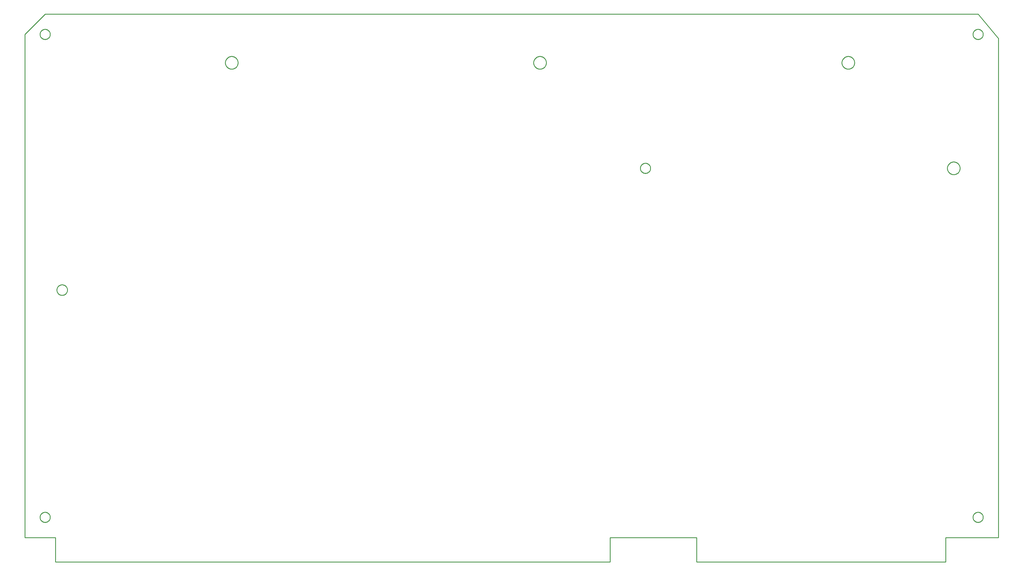
<source format=gko>
G04 EAGLE Gerber RS-274X export*
G75*
%MOMM*%
%FSLAX34Y34*%
%LPD*%
%INBoard Outline*%
%IPPOS*%
%AMOC8*
5,1,8,0,0,1.08239X$1,22.5*%
G01*
%ADD10C,0.000000*%
%ADD11C,0.254000*%


D10*
X32766Y-139700D02*
X1768856Y-139700D01*
X1768856Y-63500D01*
X2039620Y-63500D01*
X2039620Y-139700D01*
X2819400Y-139700D01*
X2819400Y-63500D01*
X2984500Y-63500D01*
X2984500Y1498600D01*
X2921000Y1574800D01*
X0Y1574800D01*
X-63500Y1511300D01*
X-63500Y-63500D01*
X32766Y-63500D01*
X32766Y-139700D01*
X-15875Y0D02*
X-15870Y390D01*
X-15856Y779D01*
X-15832Y1168D01*
X-15799Y1556D01*
X-15756Y1943D01*
X-15703Y2329D01*
X-15641Y2714D01*
X-15570Y3097D01*
X-15489Y3478D01*
X-15399Y3857D01*
X-15300Y4234D01*
X-15191Y4608D01*
X-15074Y4980D01*
X-14947Y5348D01*
X-14811Y5713D01*
X-14667Y6075D01*
X-14513Y6433D01*
X-14351Y6787D01*
X-14180Y7138D01*
X-14001Y7483D01*
X-13813Y7825D01*
X-13616Y8161D01*
X-13412Y8493D01*
X-13200Y8820D01*
X-12979Y9141D01*
X-12751Y9457D01*
X-12515Y9767D01*
X-12272Y10071D01*
X-12021Y10369D01*
X-11763Y10661D01*
X-11497Y10946D01*
X-11225Y11225D01*
X-10946Y11497D01*
X-10661Y11763D01*
X-10369Y12021D01*
X-10071Y12272D01*
X-9767Y12515D01*
X-9457Y12751D01*
X-9141Y12979D01*
X-8820Y13200D01*
X-8493Y13412D01*
X-8161Y13616D01*
X-7825Y13813D01*
X-7483Y14001D01*
X-7138Y14180D01*
X-6787Y14351D01*
X-6433Y14513D01*
X-6075Y14667D01*
X-5713Y14811D01*
X-5348Y14947D01*
X-4980Y15074D01*
X-4608Y15191D01*
X-4234Y15300D01*
X-3857Y15399D01*
X-3478Y15489D01*
X-3097Y15570D01*
X-2714Y15641D01*
X-2329Y15703D01*
X-1943Y15756D01*
X-1556Y15799D01*
X-1168Y15832D01*
X-779Y15856D01*
X-390Y15870D01*
X0Y15875D01*
X390Y15870D01*
X779Y15856D01*
X1168Y15832D01*
X1556Y15799D01*
X1943Y15756D01*
X2329Y15703D01*
X2714Y15641D01*
X3097Y15570D01*
X3478Y15489D01*
X3857Y15399D01*
X4234Y15300D01*
X4608Y15191D01*
X4980Y15074D01*
X5348Y14947D01*
X5713Y14811D01*
X6075Y14667D01*
X6433Y14513D01*
X6787Y14351D01*
X7138Y14180D01*
X7483Y14001D01*
X7825Y13813D01*
X8161Y13616D01*
X8493Y13412D01*
X8820Y13200D01*
X9141Y12979D01*
X9457Y12751D01*
X9767Y12515D01*
X10071Y12272D01*
X10369Y12021D01*
X10661Y11763D01*
X10946Y11497D01*
X11225Y11225D01*
X11497Y10946D01*
X11763Y10661D01*
X12021Y10369D01*
X12272Y10071D01*
X12515Y9767D01*
X12751Y9457D01*
X12979Y9141D01*
X13200Y8820D01*
X13412Y8493D01*
X13616Y8161D01*
X13813Y7825D01*
X14001Y7483D01*
X14180Y7138D01*
X14351Y6787D01*
X14513Y6433D01*
X14667Y6075D01*
X14811Y5713D01*
X14947Y5348D01*
X15074Y4980D01*
X15191Y4608D01*
X15300Y4234D01*
X15399Y3857D01*
X15489Y3478D01*
X15570Y3097D01*
X15641Y2714D01*
X15703Y2329D01*
X15756Y1943D01*
X15799Y1556D01*
X15832Y1168D01*
X15856Y779D01*
X15870Y390D01*
X15875Y0D01*
X15870Y-390D01*
X15856Y-779D01*
X15832Y-1168D01*
X15799Y-1556D01*
X15756Y-1943D01*
X15703Y-2329D01*
X15641Y-2714D01*
X15570Y-3097D01*
X15489Y-3478D01*
X15399Y-3857D01*
X15300Y-4234D01*
X15191Y-4608D01*
X15074Y-4980D01*
X14947Y-5348D01*
X14811Y-5713D01*
X14667Y-6075D01*
X14513Y-6433D01*
X14351Y-6787D01*
X14180Y-7138D01*
X14001Y-7483D01*
X13813Y-7825D01*
X13616Y-8161D01*
X13412Y-8493D01*
X13200Y-8820D01*
X12979Y-9141D01*
X12751Y-9457D01*
X12515Y-9767D01*
X12272Y-10071D01*
X12021Y-10369D01*
X11763Y-10661D01*
X11497Y-10946D01*
X11225Y-11225D01*
X10946Y-11497D01*
X10661Y-11763D01*
X10369Y-12021D01*
X10071Y-12272D01*
X9767Y-12515D01*
X9457Y-12751D01*
X9141Y-12979D01*
X8820Y-13200D01*
X8493Y-13412D01*
X8161Y-13616D01*
X7825Y-13813D01*
X7483Y-14001D01*
X7138Y-14180D01*
X6787Y-14351D01*
X6433Y-14513D01*
X6075Y-14667D01*
X5713Y-14811D01*
X5348Y-14947D01*
X4980Y-15074D01*
X4608Y-15191D01*
X4234Y-15300D01*
X3857Y-15399D01*
X3478Y-15489D01*
X3097Y-15570D01*
X2714Y-15641D01*
X2329Y-15703D01*
X1943Y-15756D01*
X1556Y-15799D01*
X1168Y-15832D01*
X779Y-15856D01*
X390Y-15870D01*
X0Y-15875D01*
X-390Y-15870D01*
X-779Y-15856D01*
X-1168Y-15832D01*
X-1556Y-15799D01*
X-1943Y-15756D01*
X-2329Y-15703D01*
X-2714Y-15641D01*
X-3097Y-15570D01*
X-3478Y-15489D01*
X-3857Y-15399D01*
X-4234Y-15300D01*
X-4608Y-15191D01*
X-4980Y-15074D01*
X-5348Y-14947D01*
X-5713Y-14811D01*
X-6075Y-14667D01*
X-6433Y-14513D01*
X-6787Y-14351D01*
X-7138Y-14180D01*
X-7483Y-14001D01*
X-7825Y-13813D01*
X-8161Y-13616D01*
X-8493Y-13412D01*
X-8820Y-13200D01*
X-9141Y-12979D01*
X-9457Y-12751D01*
X-9767Y-12515D01*
X-10071Y-12272D01*
X-10369Y-12021D01*
X-10661Y-11763D01*
X-10946Y-11497D01*
X-11225Y-11225D01*
X-11497Y-10946D01*
X-11763Y-10661D01*
X-12021Y-10369D01*
X-12272Y-10071D01*
X-12515Y-9767D01*
X-12751Y-9457D01*
X-12979Y-9141D01*
X-13200Y-8820D01*
X-13412Y-8493D01*
X-13616Y-8161D01*
X-13813Y-7825D01*
X-14001Y-7483D01*
X-14180Y-7138D01*
X-14351Y-6787D01*
X-14513Y-6433D01*
X-14667Y-6075D01*
X-14811Y-5713D01*
X-14947Y-5348D01*
X-15074Y-4980D01*
X-15191Y-4608D01*
X-15300Y-4234D01*
X-15399Y-3857D01*
X-15489Y-3478D01*
X-15570Y-3097D01*
X-15641Y-2714D01*
X-15703Y-2329D01*
X-15756Y-1943D01*
X-15799Y-1556D01*
X-15832Y-1168D01*
X-15856Y-779D01*
X-15870Y-390D01*
X-15875Y0D01*
X2905125Y0D02*
X2905130Y390D01*
X2905144Y779D01*
X2905168Y1168D01*
X2905201Y1556D01*
X2905244Y1943D01*
X2905297Y2329D01*
X2905359Y2714D01*
X2905430Y3097D01*
X2905511Y3478D01*
X2905601Y3857D01*
X2905700Y4234D01*
X2905809Y4608D01*
X2905926Y4980D01*
X2906053Y5348D01*
X2906189Y5713D01*
X2906333Y6075D01*
X2906487Y6433D01*
X2906649Y6787D01*
X2906820Y7138D01*
X2906999Y7483D01*
X2907187Y7825D01*
X2907384Y8161D01*
X2907588Y8493D01*
X2907800Y8820D01*
X2908021Y9141D01*
X2908249Y9457D01*
X2908485Y9767D01*
X2908728Y10071D01*
X2908979Y10369D01*
X2909237Y10661D01*
X2909503Y10946D01*
X2909775Y11225D01*
X2910054Y11497D01*
X2910339Y11763D01*
X2910631Y12021D01*
X2910929Y12272D01*
X2911233Y12515D01*
X2911543Y12751D01*
X2911859Y12979D01*
X2912180Y13200D01*
X2912507Y13412D01*
X2912839Y13616D01*
X2913175Y13813D01*
X2913517Y14001D01*
X2913862Y14180D01*
X2914213Y14351D01*
X2914567Y14513D01*
X2914925Y14667D01*
X2915287Y14811D01*
X2915652Y14947D01*
X2916020Y15074D01*
X2916392Y15191D01*
X2916766Y15300D01*
X2917143Y15399D01*
X2917522Y15489D01*
X2917903Y15570D01*
X2918286Y15641D01*
X2918671Y15703D01*
X2919057Y15756D01*
X2919444Y15799D01*
X2919832Y15832D01*
X2920221Y15856D01*
X2920610Y15870D01*
X2921000Y15875D01*
X2921390Y15870D01*
X2921779Y15856D01*
X2922168Y15832D01*
X2922556Y15799D01*
X2922943Y15756D01*
X2923329Y15703D01*
X2923714Y15641D01*
X2924097Y15570D01*
X2924478Y15489D01*
X2924857Y15399D01*
X2925234Y15300D01*
X2925608Y15191D01*
X2925980Y15074D01*
X2926348Y14947D01*
X2926713Y14811D01*
X2927075Y14667D01*
X2927433Y14513D01*
X2927787Y14351D01*
X2928138Y14180D01*
X2928483Y14001D01*
X2928825Y13813D01*
X2929161Y13616D01*
X2929493Y13412D01*
X2929820Y13200D01*
X2930141Y12979D01*
X2930457Y12751D01*
X2930767Y12515D01*
X2931071Y12272D01*
X2931369Y12021D01*
X2931661Y11763D01*
X2931946Y11497D01*
X2932225Y11225D01*
X2932497Y10946D01*
X2932763Y10661D01*
X2933021Y10369D01*
X2933272Y10071D01*
X2933515Y9767D01*
X2933751Y9457D01*
X2933979Y9141D01*
X2934200Y8820D01*
X2934412Y8493D01*
X2934616Y8161D01*
X2934813Y7825D01*
X2935001Y7483D01*
X2935180Y7138D01*
X2935351Y6787D01*
X2935513Y6433D01*
X2935667Y6075D01*
X2935811Y5713D01*
X2935947Y5348D01*
X2936074Y4980D01*
X2936191Y4608D01*
X2936300Y4234D01*
X2936399Y3857D01*
X2936489Y3478D01*
X2936570Y3097D01*
X2936641Y2714D01*
X2936703Y2329D01*
X2936756Y1943D01*
X2936799Y1556D01*
X2936832Y1168D01*
X2936856Y779D01*
X2936870Y390D01*
X2936875Y0D01*
X2936870Y-390D01*
X2936856Y-779D01*
X2936832Y-1168D01*
X2936799Y-1556D01*
X2936756Y-1943D01*
X2936703Y-2329D01*
X2936641Y-2714D01*
X2936570Y-3097D01*
X2936489Y-3478D01*
X2936399Y-3857D01*
X2936300Y-4234D01*
X2936191Y-4608D01*
X2936074Y-4980D01*
X2935947Y-5348D01*
X2935811Y-5713D01*
X2935667Y-6075D01*
X2935513Y-6433D01*
X2935351Y-6787D01*
X2935180Y-7138D01*
X2935001Y-7483D01*
X2934813Y-7825D01*
X2934616Y-8161D01*
X2934412Y-8493D01*
X2934200Y-8820D01*
X2933979Y-9141D01*
X2933751Y-9457D01*
X2933515Y-9767D01*
X2933272Y-10071D01*
X2933021Y-10369D01*
X2932763Y-10661D01*
X2932497Y-10946D01*
X2932225Y-11225D01*
X2931946Y-11497D01*
X2931661Y-11763D01*
X2931369Y-12021D01*
X2931071Y-12272D01*
X2930767Y-12515D01*
X2930457Y-12751D01*
X2930141Y-12979D01*
X2929820Y-13200D01*
X2929493Y-13412D01*
X2929161Y-13616D01*
X2928825Y-13813D01*
X2928483Y-14001D01*
X2928138Y-14180D01*
X2927787Y-14351D01*
X2927433Y-14513D01*
X2927075Y-14667D01*
X2926713Y-14811D01*
X2926348Y-14947D01*
X2925980Y-15074D01*
X2925608Y-15191D01*
X2925234Y-15300D01*
X2924857Y-15399D01*
X2924478Y-15489D01*
X2924097Y-15570D01*
X2923714Y-15641D01*
X2923329Y-15703D01*
X2922943Y-15756D01*
X2922556Y-15799D01*
X2922168Y-15832D01*
X2921779Y-15856D01*
X2921390Y-15870D01*
X2921000Y-15875D01*
X2920610Y-15870D01*
X2920221Y-15856D01*
X2919832Y-15832D01*
X2919444Y-15799D01*
X2919057Y-15756D01*
X2918671Y-15703D01*
X2918286Y-15641D01*
X2917903Y-15570D01*
X2917522Y-15489D01*
X2917143Y-15399D01*
X2916766Y-15300D01*
X2916392Y-15191D01*
X2916020Y-15074D01*
X2915652Y-14947D01*
X2915287Y-14811D01*
X2914925Y-14667D01*
X2914567Y-14513D01*
X2914213Y-14351D01*
X2913862Y-14180D01*
X2913517Y-14001D01*
X2913175Y-13813D01*
X2912839Y-13616D01*
X2912507Y-13412D01*
X2912180Y-13200D01*
X2911859Y-12979D01*
X2911543Y-12751D01*
X2911233Y-12515D01*
X2910929Y-12272D01*
X2910631Y-12021D01*
X2910339Y-11763D01*
X2910054Y-11497D01*
X2909775Y-11225D01*
X2909503Y-10946D01*
X2909237Y-10661D01*
X2908979Y-10369D01*
X2908728Y-10071D01*
X2908485Y-9767D01*
X2908249Y-9457D01*
X2908021Y-9141D01*
X2907800Y-8820D01*
X2907588Y-8493D01*
X2907384Y-8161D01*
X2907187Y-7825D01*
X2906999Y-7483D01*
X2906820Y-7138D01*
X2906649Y-6787D01*
X2906487Y-6433D01*
X2906333Y-6075D01*
X2906189Y-5713D01*
X2906053Y-5348D01*
X2905926Y-4980D01*
X2905809Y-4608D01*
X2905700Y-4234D01*
X2905601Y-3857D01*
X2905511Y-3478D01*
X2905430Y-3097D01*
X2905359Y-2714D01*
X2905297Y-2329D01*
X2905244Y-1943D01*
X2905201Y-1556D01*
X2905168Y-1168D01*
X2905144Y-779D01*
X2905130Y-390D01*
X2905125Y0D01*
X-15875Y1511300D02*
X-15870Y1511690D01*
X-15856Y1512079D01*
X-15832Y1512468D01*
X-15799Y1512856D01*
X-15756Y1513243D01*
X-15703Y1513629D01*
X-15641Y1514014D01*
X-15570Y1514397D01*
X-15489Y1514778D01*
X-15399Y1515157D01*
X-15300Y1515534D01*
X-15191Y1515908D01*
X-15074Y1516280D01*
X-14947Y1516648D01*
X-14811Y1517013D01*
X-14667Y1517375D01*
X-14513Y1517733D01*
X-14351Y1518087D01*
X-14180Y1518438D01*
X-14001Y1518783D01*
X-13813Y1519125D01*
X-13616Y1519461D01*
X-13412Y1519793D01*
X-13200Y1520120D01*
X-12979Y1520441D01*
X-12751Y1520757D01*
X-12515Y1521067D01*
X-12272Y1521371D01*
X-12021Y1521669D01*
X-11763Y1521961D01*
X-11497Y1522246D01*
X-11225Y1522525D01*
X-10946Y1522797D01*
X-10661Y1523063D01*
X-10369Y1523321D01*
X-10071Y1523572D01*
X-9767Y1523815D01*
X-9457Y1524051D01*
X-9141Y1524279D01*
X-8820Y1524500D01*
X-8493Y1524712D01*
X-8161Y1524916D01*
X-7825Y1525113D01*
X-7483Y1525301D01*
X-7138Y1525480D01*
X-6787Y1525651D01*
X-6433Y1525813D01*
X-6075Y1525967D01*
X-5713Y1526111D01*
X-5348Y1526247D01*
X-4980Y1526374D01*
X-4608Y1526491D01*
X-4234Y1526600D01*
X-3857Y1526699D01*
X-3478Y1526789D01*
X-3097Y1526870D01*
X-2714Y1526941D01*
X-2329Y1527003D01*
X-1943Y1527056D01*
X-1556Y1527099D01*
X-1168Y1527132D01*
X-779Y1527156D01*
X-390Y1527170D01*
X0Y1527175D01*
X390Y1527170D01*
X779Y1527156D01*
X1168Y1527132D01*
X1556Y1527099D01*
X1943Y1527056D01*
X2329Y1527003D01*
X2714Y1526941D01*
X3097Y1526870D01*
X3478Y1526789D01*
X3857Y1526699D01*
X4234Y1526600D01*
X4608Y1526491D01*
X4980Y1526374D01*
X5348Y1526247D01*
X5713Y1526111D01*
X6075Y1525967D01*
X6433Y1525813D01*
X6787Y1525651D01*
X7138Y1525480D01*
X7483Y1525301D01*
X7825Y1525113D01*
X8161Y1524916D01*
X8493Y1524712D01*
X8820Y1524500D01*
X9141Y1524279D01*
X9457Y1524051D01*
X9767Y1523815D01*
X10071Y1523572D01*
X10369Y1523321D01*
X10661Y1523063D01*
X10946Y1522797D01*
X11225Y1522525D01*
X11497Y1522246D01*
X11763Y1521961D01*
X12021Y1521669D01*
X12272Y1521371D01*
X12515Y1521067D01*
X12751Y1520757D01*
X12979Y1520441D01*
X13200Y1520120D01*
X13412Y1519793D01*
X13616Y1519461D01*
X13813Y1519125D01*
X14001Y1518783D01*
X14180Y1518438D01*
X14351Y1518087D01*
X14513Y1517733D01*
X14667Y1517375D01*
X14811Y1517013D01*
X14947Y1516648D01*
X15074Y1516280D01*
X15191Y1515908D01*
X15300Y1515534D01*
X15399Y1515157D01*
X15489Y1514778D01*
X15570Y1514397D01*
X15641Y1514014D01*
X15703Y1513629D01*
X15756Y1513243D01*
X15799Y1512856D01*
X15832Y1512468D01*
X15856Y1512079D01*
X15870Y1511690D01*
X15875Y1511300D01*
X15870Y1510910D01*
X15856Y1510521D01*
X15832Y1510132D01*
X15799Y1509744D01*
X15756Y1509357D01*
X15703Y1508971D01*
X15641Y1508586D01*
X15570Y1508203D01*
X15489Y1507822D01*
X15399Y1507443D01*
X15300Y1507066D01*
X15191Y1506692D01*
X15074Y1506320D01*
X14947Y1505952D01*
X14811Y1505587D01*
X14667Y1505225D01*
X14513Y1504867D01*
X14351Y1504513D01*
X14180Y1504162D01*
X14001Y1503817D01*
X13813Y1503475D01*
X13616Y1503139D01*
X13412Y1502807D01*
X13200Y1502480D01*
X12979Y1502159D01*
X12751Y1501843D01*
X12515Y1501533D01*
X12272Y1501229D01*
X12021Y1500931D01*
X11763Y1500639D01*
X11497Y1500354D01*
X11225Y1500075D01*
X10946Y1499803D01*
X10661Y1499537D01*
X10369Y1499279D01*
X10071Y1499028D01*
X9767Y1498785D01*
X9457Y1498549D01*
X9141Y1498321D01*
X8820Y1498100D01*
X8493Y1497888D01*
X8161Y1497684D01*
X7825Y1497487D01*
X7483Y1497299D01*
X7138Y1497120D01*
X6787Y1496949D01*
X6433Y1496787D01*
X6075Y1496633D01*
X5713Y1496489D01*
X5348Y1496353D01*
X4980Y1496226D01*
X4608Y1496109D01*
X4234Y1496000D01*
X3857Y1495901D01*
X3478Y1495811D01*
X3097Y1495730D01*
X2714Y1495659D01*
X2329Y1495597D01*
X1943Y1495544D01*
X1556Y1495501D01*
X1168Y1495468D01*
X779Y1495444D01*
X390Y1495430D01*
X0Y1495425D01*
X-390Y1495430D01*
X-779Y1495444D01*
X-1168Y1495468D01*
X-1556Y1495501D01*
X-1943Y1495544D01*
X-2329Y1495597D01*
X-2714Y1495659D01*
X-3097Y1495730D01*
X-3478Y1495811D01*
X-3857Y1495901D01*
X-4234Y1496000D01*
X-4608Y1496109D01*
X-4980Y1496226D01*
X-5348Y1496353D01*
X-5713Y1496489D01*
X-6075Y1496633D01*
X-6433Y1496787D01*
X-6787Y1496949D01*
X-7138Y1497120D01*
X-7483Y1497299D01*
X-7825Y1497487D01*
X-8161Y1497684D01*
X-8493Y1497888D01*
X-8820Y1498100D01*
X-9141Y1498321D01*
X-9457Y1498549D01*
X-9767Y1498785D01*
X-10071Y1499028D01*
X-10369Y1499279D01*
X-10661Y1499537D01*
X-10946Y1499803D01*
X-11225Y1500075D01*
X-11497Y1500354D01*
X-11763Y1500639D01*
X-12021Y1500931D01*
X-12272Y1501229D01*
X-12515Y1501533D01*
X-12751Y1501843D01*
X-12979Y1502159D01*
X-13200Y1502480D01*
X-13412Y1502807D01*
X-13616Y1503139D01*
X-13813Y1503475D01*
X-14001Y1503817D01*
X-14180Y1504162D01*
X-14351Y1504513D01*
X-14513Y1504867D01*
X-14667Y1505225D01*
X-14811Y1505587D01*
X-14947Y1505952D01*
X-15074Y1506320D01*
X-15191Y1506692D01*
X-15300Y1507066D01*
X-15399Y1507443D01*
X-15489Y1507822D01*
X-15570Y1508203D01*
X-15641Y1508586D01*
X-15703Y1508971D01*
X-15756Y1509357D01*
X-15799Y1509744D01*
X-15832Y1510132D01*
X-15856Y1510521D01*
X-15870Y1510910D01*
X-15875Y1511300D01*
X2905125Y1511300D02*
X2905130Y1511690D01*
X2905144Y1512079D01*
X2905168Y1512468D01*
X2905201Y1512856D01*
X2905244Y1513243D01*
X2905297Y1513629D01*
X2905359Y1514014D01*
X2905430Y1514397D01*
X2905511Y1514778D01*
X2905601Y1515157D01*
X2905700Y1515534D01*
X2905809Y1515908D01*
X2905926Y1516280D01*
X2906053Y1516648D01*
X2906189Y1517013D01*
X2906333Y1517375D01*
X2906487Y1517733D01*
X2906649Y1518087D01*
X2906820Y1518438D01*
X2906999Y1518783D01*
X2907187Y1519125D01*
X2907384Y1519461D01*
X2907588Y1519793D01*
X2907800Y1520120D01*
X2908021Y1520441D01*
X2908249Y1520757D01*
X2908485Y1521067D01*
X2908728Y1521371D01*
X2908979Y1521669D01*
X2909237Y1521961D01*
X2909503Y1522246D01*
X2909775Y1522525D01*
X2910054Y1522797D01*
X2910339Y1523063D01*
X2910631Y1523321D01*
X2910929Y1523572D01*
X2911233Y1523815D01*
X2911543Y1524051D01*
X2911859Y1524279D01*
X2912180Y1524500D01*
X2912507Y1524712D01*
X2912839Y1524916D01*
X2913175Y1525113D01*
X2913517Y1525301D01*
X2913862Y1525480D01*
X2914213Y1525651D01*
X2914567Y1525813D01*
X2914925Y1525967D01*
X2915287Y1526111D01*
X2915652Y1526247D01*
X2916020Y1526374D01*
X2916392Y1526491D01*
X2916766Y1526600D01*
X2917143Y1526699D01*
X2917522Y1526789D01*
X2917903Y1526870D01*
X2918286Y1526941D01*
X2918671Y1527003D01*
X2919057Y1527056D01*
X2919444Y1527099D01*
X2919832Y1527132D01*
X2920221Y1527156D01*
X2920610Y1527170D01*
X2921000Y1527175D01*
X2921390Y1527170D01*
X2921779Y1527156D01*
X2922168Y1527132D01*
X2922556Y1527099D01*
X2922943Y1527056D01*
X2923329Y1527003D01*
X2923714Y1526941D01*
X2924097Y1526870D01*
X2924478Y1526789D01*
X2924857Y1526699D01*
X2925234Y1526600D01*
X2925608Y1526491D01*
X2925980Y1526374D01*
X2926348Y1526247D01*
X2926713Y1526111D01*
X2927075Y1525967D01*
X2927433Y1525813D01*
X2927787Y1525651D01*
X2928138Y1525480D01*
X2928483Y1525301D01*
X2928825Y1525113D01*
X2929161Y1524916D01*
X2929493Y1524712D01*
X2929820Y1524500D01*
X2930141Y1524279D01*
X2930457Y1524051D01*
X2930767Y1523815D01*
X2931071Y1523572D01*
X2931369Y1523321D01*
X2931661Y1523063D01*
X2931946Y1522797D01*
X2932225Y1522525D01*
X2932497Y1522246D01*
X2932763Y1521961D01*
X2933021Y1521669D01*
X2933272Y1521371D01*
X2933515Y1521067D01*
X2933751Y1520757D01*
X2933979Y1520441D01*
X2934200Y1520120D01*
X2934412Y1519793D01*
X2934616Y1519461D01*
X2934813Y1519125D01*
X2935001Y1518783D01*
X2935180Y1518438D01*
X2935351Y1518087D01*
X2935513Y1517733D01*
X2935667Y1517375D01*
X2935811Y1517013D01*
X2935947Y1516648D01*
X2936074Y1516280D01*
X2936191Y1515908D01*
X2936300Y1515534D01*
X2936399Y1515157D01*
X2936489Y1514778D01*
X2936570Y1514397D01*
X2936641Y1514014D01*
X2936703Y1513629D01*
X2936756Y1513243D01*
X2936799Y1512856D01*
X2936832Y1512468D01*
X2936856Y1512079D01*
X2936870Y1511690D01*
X2936875Y1511300D01*
X2936870Y1510910D01*
X2936856Y1510521D01*
X2936832Y1510132D01*
X2936799Y1509744D01*
X2936756Y1509357D01*
X2936703Y1508971D01*
X2936641Y1508586D01*
X2936570Y1508203D01*
X2936489Y1507822D01*
X2936399Y1507443D01*
X2936300Y1507066D01*
X2936191Y1506692D01*
X2936074Y1506320D01*
X2935947Y1505952D01*
X2935811Y1505587D01*
X2935667Y1505225D01*
X2935513Y1504867D01*
X2935351Y1504513D01*
X2935180Y1504162D01*
X2935001Y1503817D01*
X2934813Y1503475D01*
X2934616Y1503139D01*
X2934412Y1502807D01*
X2934200Y1502480D01*
X2933979Y1502159D01*
X2933751Y1501843D01*
X2933515Y1501533D01*
X2933272Y1501229D01*
X2933021Y1500931D01*
X2932763Y1500639D01*
X2932497Y1500354D01*
X2932225Y1500075D01*
X2931946Y1499803D01*
X2931661Y1499537D01*
X2931369Y1499279D01*
X2931071Y1499028D01*
X2930767Y1498785D01*
X2930457Y1498549D01*
X2930141Y1498321D01*
X2929820Y1498100D01*
X2929493Y1497888D01*
X2929161Y1497684D01*
X2928825Y1497487D01*
X2928483Y1497299D01*
X2928138Y1497120D01*
X2927787Y1496949D01*
X2927433Y1496787D01*
X2927075Y1496633D01*
X2926713Y1496489D01*
X2926348Y1496353D01*
X2925980Y1496226D01*
X2925608Y1496109D01*
X2925234Y1496000D01*
X2924857Y1495901D01*
X2924478Y1495811D01*
X2924097Y1495730D01*
X2923714Y1495659D01*
X2923329Y1495597D01*
X2922943Y1495544D01*
X2922556Y1495501D01*
X2922168Y1495468D01*
X2921779Y1495444D01*
X2921390Y1495430D01*
X2921000Y1495425D01*
X2920610Y1495430D01*
X2920221Y1495444D01*
X2919832Y1495468D01*
X2919444Y1495501D01*
X2919057Y1495544D01*
X2918671Y1495597D01*
X2918286Y1495659D01*
X2917903Y1495730D01*
X2917522Y1495811D01*
X2917143Y1495901D01*
X2916766Y1496000D01*
X2916392Y1496109D01*
X2916020Y1496226D01*
X2915652Y1496353D01*
X2915287Y1496489D01*
X2914925Y1496633D01*
X2914567Y1496787D01*
X2914213Y1496949D01*
X2913862Y1497120D01*
X2913517Y1497299D01*
X2913175Y1497487D01*
X2912839Y1497684D01*
X2912507Y1497888D01*
X2912180Y1498100D01*
X2911859Y1498321D01*
X2911543Y1498549D01*
X2911233Y1498785D01*
X2910929Y1499028D01*
X2910631Y1499279D01*
X2910339Y1499537D01*
X2910054Y1499803D01*
X2909775Y1500075D01*
X2909503Y1500354D01*
X2909237Y1500639D01*
X2908979Y1500931D01*
X2908728Y1501229D01*
X2908485Y1501533D01*
X2908249Y1501843D01*
X2908021Y1502159D01*
X2907800Y1502480D01*
X2907588Y1502807D01*
X2907384Y1503139D01*
X2907187Y1503475D01*
X2906999Y1503817D01*
X2906820Y1504162D01*
X2906649Y1504513D01*
X2906487Y1504867D01*
X2906333Y1505225D01*
X2906189Y1505587D01*
X2906053Y1505952D01*
X2905926Y1506320D01*
X2905809Y1506692D01*
X2905700Y1507066D01*
X2905601Y1507443D01*
X2905511Y1507822D01*
X2905430Y1508203D01*
X2905359Y1508586D01*
X2905297Y1508971D01*
X2905244Y1509357D01*
X2905201Y1509744D01*
X2905168Y1510132D01*
X2905144Y1510521D01*
X2905130Y1510910D01*
X2905125Y1511300D01*
X1863725Y1092200D02*
X1863730Y1092590D01*
X1863744Y1092979D01*
X1863768Y1093368D01*
X1863801Y1093756D01*
X1863844Y1094143D01*
X1863897Y1094529D01*
X1863959Y1094914D01*
X1864030Y1095297D01*
X1864111Y1095678D01*
X1864201Y1096057D01*
X1864300Y1096434D01*
X1864409Y1096808D01*
X1864526Y1097180D01*
X1864653Y1097548D01*
X1864789Y1097913D01*
X1864933Y1098275D01*
X1865087Y1098633D01*
X1865249Y1098987D01*
X1865420Y1099338D01*
X1865599Y1099683D01*
X1865787Y1100025D01*
X1865984Y1100361D01*
X1866188Y1100693D01*
X1866400Y1101020D01*
X1866621Y1101341D01*
X1866849Y1101657D01*
X1867085Y1101967D01*
X1867328Y1102271D01*
X1867579Y1102569D01*
X1867837Y1102861D01*
X1868103Y1103146D01*
X1868375Y1103425D01*
X1868654Y1103697D01*
X1868939Y1103963D01*
X1869231Y1104221D01*
X1869529Y1104472D01*
X1869833Y1104715D01*
X1870143Y1104951D01*
X1870459Y1105179D01*
X1870780Y1105400D01*
X1871107Y1105612D01*
X1871439Y1105816D01*
X1871775Y1106013D01*
X1872117Y1106201D01*
X1872462Y1106380D01*
X1872813Y1106551D01*
X1873167Y1106713D01*
X1873525Y1106867D01*
X1873887Y1107011D01*
X1874252Y1107147D01*
X1874620Y1107274D01*
X1874992Y1107391D01*
X1875366Y1107500D01*
X1875743Y1107599D01*
X1876122Y1107689D01*
X1876503Y1107770D01*
X1876886Y1107841D01*
X1877271Y1107903D01*
X1877657Y1107956D01*
X1878044Y1107999D01*
X1878432Y1108032D01*
X1878821Y1108056D01*
X1879210Y1108070D01*
X1879600Y1108075D01*
X1879990Y1108070D01*
X1880379Y1108056D01*
X1880768Y1108032D01*
X1881156Y1107999D01*
X1881543Y1107956D01*
X1881929Y1107903D01*
X1882314Y1107841D01*
X1882697Y1107770D01*
X1883078Y1107689D01*
X1883457Y1107599D01*
X1883834Y1107500D01*
X1884208Y1107391D01*
X1884580Y1107274D01*
X1884948Y1107147D01*
X1885313Y1107011D01*
X1885675Y1106867D01*
X1886033Y1106713D01*
X1886387Y1106551D01*
X1886738Y1106380D01*
X1887083Y1106201D01*
X1887425Y1106013D01*
X1887761Y1105816D01*
X1888093Y1105612D01*
X1888420Y1105400D01*
X1888741Y1105179D01*
X1889057Y1104951D01*
X1889367Y1104715D01*
X1889671Y1104472D01*
X1889969Y1104221D01*
X1890261Y1103963D01*
X1890546Y1103697D01*
X1890825Y1103425D01*
X1891097Y1103146D01*
X1891363Y1102861D01*
X1891621Y1102569D01*
X1891872Y1102271D01*
X1892115Y1101967D01*
X1892351Y1101657D01*
X1892579Y1101341D01*
X1892800Y1101020D01*
X1893012Y1100693D01*
X1893216Y1100361D01*
X1893413Y1100025D01*
X1893601Y1099683D01*
X1893780Y1099338D01*
X1893951Y1098987D01*
X1894113Y1098633D01*
X1894267Y1098275D01*
X1894411Y1097913D01*
X1894547Y1097548D01*
X1894674Y1097180D01*
X1894791Y1096808D01*
X1894900Y1096434D01*
X1894999Y1096057D01*
X1895089Y1095678D01*
X1895170Y1095297D01*
X1895241Y1094914D01*
X1895303Y1094529D01*
X1895356Y1094143D01*
X1895399Y1093756D01*
X1895432Y1093368D01*
X1895456Y1092979D01*
X1895470Y1092590D01*
X1895475Y1092200D01*
X1895470Y1091810D01*
X1895456Y1091421D01*
X1895432Y1091032D01*
X1895399Y1090644D01*
X1895356Y1090257D01*
X1895303Y1089871D01*
X1895241Y1089486D01*
X1895170Y1089103D01*
X1895089Y1088722D01*
X1894999Y1088343D01*
X1894900Y1087966D01*
X1894791Y1087592D01*
X1894674Y1087220D01*
X1894547Y1086852D01*
X1894411Y1086487D01*
X1894267Y1086125D01*
X1894113Y1085767D01*
X1893951Y1085413D01*
X1893780Y1085062D01*
X1893601Y1084717D01*
X1893413Y1084375D01*
X1893216Y1084039D01*
X1893012Y1083707D01*
X1892800Y1083380D01*
X1892579Y1083059D01*
X1892351Y1082743D01*
X1892115Y1082433D01*
X1891872Y1082129D01*
X1891621Y1081831D01*
X1891363Y1081539D01*
X1891097Y1081254D01*
X1890825Y1080975D01*
X1890546Y1080703D01*
X1890261Y1080437D01*
X1889969Y1080179D01*
X1889671Y1079928D01*
X1889367Y1079685D01*
X1889057Y1079449D01*
X1888741Y1079221D01*
X1888420Y1079000D01*
X1888093Y1078788D01*
X1887761Y1078584D01*
X1887425Y1078387D01*
X1887083Y1078199D01*
X1886738Y1078020D01*
X1886387Y1077849D01*
X1886033Y1077687D01*
X1885675Y1077533D01*
X1885313Y1077389D01*
X1884948Y1077253D01*
X1884580Y1077126D01*
X1884208Y1077009D01*
X1883834Y1076900D01*
X1883457Y1076801D01*
X1883078Y1076711D01*
X1882697Y1076630D01*
X1882314Y1076559D01*
X1881929Y1076497D01*
X1881543Y1076444D01*
X1881156Y1076401D01*
X1880768Y1076368D01*
X1880379Y1076344D01*
X1879990Y1076330D01*
X1879600Y1076325D01*
X1879210Y1076330D01*
X1878821Y1076344D01*
X1878432Y1076368D01*
X1878044Y1076401D01*
X1877657Y1076444D01*
X1877271Y1076497D01*
X1876886Y1076559D01*
X1876503Y1076630D01*
X1876122Y1076711D01*
X1875743Y1076801D01*
X1875366Y1076900D01*
X1874992Y1077009D01*
X1874620Y1077126D01*
X1874252Y1077253D01*
X1873887Y1077389D01*
X1873525Y1077533D01*
X1873167Y1077687D01*
X1872813Y1077849D01*
X1872462Y1078020D01*
X1872117Y1078199D01*
X1871775Y1078387D01*
X1871439Y1078584D01*
X1871107Y1078788D01*
X1870780Y1079000D01*
X1870459Y1079221D01*
X1870143Y1079449D01*
X1869833Y1079685D01*
X1869529Y1079928D01*
X1869231Y1080179D01*
X1868939Y1080437D01*
X1868654Y1080703D01*
X1868375Y1080975D01*
X1868103Y1081254D01*
X1867837Y1081539D01*
X1867579Y1081831D01*
X1867328Y1082129D01*
X1867085Y1082433D01*
X1866849Y1082743D01*
X1866621Y1083059D01*
X1866400Y1083380D01*
X1866188Y1083707D01*
X1865984Y1084039D01*
X1865787Y1084375D01*
X1865599Y1084717D01*
X1865420Y1085062D01*
X1865249Y1085413D01*
X1865087Y1085767D01*
X1864933Y1086125D01*
X1864789Y1086487D01*
X1864653Y1086852D01*
X1864526Y1087220D01*
X1864409Y1087592D01*
X1864300Y1087966D01*
X1864201Y1088343D01*
X1864111Y1088722D01*
X1864030Y1089103D01*
X1863959Y1089486D01*
X1863897Y1089871D01*
X1863844Y1090257D01*
X1863801Y1090644D01*
X1863768Y1091032D01*
X1863744Y1091421D01*
X1863730Y1091810D01*
X1863725Y1092200D01*
X2494788Y1422400D02*
X2494794Y1422886D01*
X2494812Y1423372D01*
X2494842Y1423857D01*
X2494883Y1424342D01*
X2494937Y1424825D01*
X2495002Y1425307D01*
X2495080Y1425787D01*
X2495169Y1426265D01*
X2495269Y1426741D01*
X2495382Y1427214D01*
X2495506Y1427684D01*
X2495641Y1428151D01*
X2495788Y1428615D01*
X2495946Y1429074D01*
X2496116Y1429530D01*
X2496296Y1429982D01*
X2496488Y1430429D01*
X2496690Y1430871D01*
X2496903Y1431308D01*
X2497127Y1431739D01*
X2497362Y1432165D01*
X2497607Y1432585D01*
X2497862Y1432999D01*
X2498127Y1433407D01*
X2498402Y1433808D01*
X2498687Y1434202D01*
X2498981Y1434589D01*
X2499285Y1434969D01*
X2499598Y1435341D01*
X2499920Y1435705D01*
X2500251Y1436061D01*
X2500591Y1436409D01*
X2500939Y1436749D01*
X2501295Y1437080D01*
X2501659Y1437402D01*
X2502031Y1437715D01*
X2502411Y1438019D01*
X2502798Y1438313D01*
X2503192Y1438598D01*
X2503593Y1438873D01*
X2504001Y1439138D01*
X2504415Y1439393D01*
X2504835Y1439638D01*
X2505261Y1439873D01*
X2505692Y1440097D01*
X2506129Y1440310D01*
X2506571Y1440512D01*
X2507018Y1440704D01*
X2507470Y1440884D01*
X2507926Y1441054D01*
X2508385Y1441212D01*
X2508849Y1441359D01*
X2509316Y1441494D01*
X2509786Y1441618D01*
X2510259Y1441731D01*
X2510735Y1441831D01*
X2511213Y1441920D01*
X2511693Y1441998D01*
X2512175Y1442063D01*
X2512658Y1442117D01*
X2513143Y1442158D01*
X2513628Y1442188D01*
X2514114Y1442206D01*
X2514600Y1442212D01*
X2515086Y1442206D01*
X2515572Y1442188D01*
X2516057Y1442158D01*
X2516542Y1442117D01*
X2517025Y1442063D01*
X2517507Y1441998D01*
X2517987Y1441920D01*
X2518465Y1441831D01*
X2518941Y1441731D01*
X2519414Y1441618D01*
X2519884Y1441494D01*
X2520351Y1441359D01*
X2520815Y1441212D01*
X2521274Y1441054D01*
X2521730Y1440884D01*
X2522182Y1440704D01*
X2522629Y1440512D01*
X2523071Y1440310D01*
X2523508Y1440097D01*
X2523939Y1439873D01*
X2524365Y1439638D01*
X2524785Y1439393D01*
X2525199Y1439138D01*
X2525607Y1438873D01*
X2526008Y1438598D01*
X2526402Y1438313D01*
X2526789Y1438019D01*
X2527169Y1437715D01*
X2527541Y1437402D01*
X2527905Y1437080D01*
X2528261Y1436749D01*
X2528609Y1436409D01*
X2528949Y1436061D01*
X2529280Y1435705D01*
X2529602Y1435341D01*
X2529915Y1434969D01*
X2530219Y1434589D01*
X2530513Y1434202D01*
X2530798Y1433808D01*
X2531073Y1433407D01*
X2531338Y1432999D01*
X2531593Y1432585D01*
X2531838Y1432165D01*
X2532073Y1431739D01*
X2532297Y1431308D01*
X2532510Y1430871D01*
X2532712Y1430429D01*
X2532904Y1429982D01*
X2533084Y1429530D01*
X2533254Y1429074D01*
X2533412Y1428615D01*
X2533559Y1428151D01*
X2533694Y1427684D01*
X2533818Y1427214D01*
X2533931Y1426741D01*
X2534031Y1426265D01*
X2534120Y1425787D01*
X2534198Y1425307D01*
X2534263Y1424825D01*
X2534317Y1424342D01*
X2534358Y1423857D01*
X2534388Y1423372D01*
X2534406Y1422886D01*
X2534412Y1422400D01*
X2534406Y1421914D01*
X2534388Y1421428D01*
X2534358Y1420943D01*
X2534317Y1420458D01*
X2534263Y1419975D01*
X2534198Y1419493D01*
X2534120Y1419013D01*
X2534031Y1418535D01*
X2533931Y1418059D01*
X2533818Y1417586D01*
X2533694Y1417116D01*
X2533559Y1416649D01*
X2533412Y1416185D01*
X2533254Y1415726D01*
X2533084Y1415270D01*
X2532904Y1414818D01*
X2532712Y1414371D01*
X2532510Y1413929D01*
X2532297Y1413492D01*
X2532073Y1413061D01*
X2531838Y1412635D01*
X2531593Y1412215D01*
X2531338Y1411801D01*
X2531073Y1411393D01*
X2530798Y1410992D01*
X2530513Y1410598D01*
X2530219Y1410211D01*
X2529915Y1409831D01*
X2529602Y1409459D01*
X2529280Y1409095D01*
X2528949Y1408739D01*
X2528609Y1408391D01*
X2528261Y1408051D01*
X2527905Y1407720D01*
X2527541Y1407398D01*
X2527169Y1407085D01*
X2526789Y1406781D01*
X2526402Y1406487D01*
X2526008Y1406202D01*
X2525607Y1405927D01*
X2525199Y1405662D01*
X2524785Y1405407D01*
X2524365Y1405162D01*
X2523939Y1404927D01*
X2523508Y1404703D01*
X2523071Y1404490D01*
X2522629Y1404288D01*
X2522182Y1404096D01*
X2521730Y1403916D01*
X2521274Y1403746D01*
X2520815Y1403588D01*
X2520351Y1403441D01*
X2519884Y1403306D01*
X2519414Y1403182D01*
X2518941Y1403069D01*
X2518465Y1402969D01*
X2517987Y1402880D01*
X2517507Y1402802D01*
X2517025Y1402737D01*
X2516542Y1402683D01*
X2516057Y1402642D01*
X2515572Y1402612D01*
X2515086Y1402594D01*
X2514600Y1402588D01*
X2514114Y1402594D01*
X2513628Y1402612D01*
X2513143Y1402642D01*
X2512658Y1402683D01*
X2512175Y1402737D01*
X2511693Y1402802D01*
X2511213Y1402880D01*
X2510735Y1402969D01*
X2510259Y1403069D01*
X2509786Y1403182D01*
X2509316Y1403306D01*
X2508849Y1403441D01*
X2508385Y1403588D01*
X2507926Y1403746D01*
X2507470Y1403916D01*
X2507018Y1404096D01*
X2506571Y1404288D01*
X2506129Y1404490D01*
X2505692Y1404703D01*
X2505261Y1404927D01*
X2504835Y1405162D01*
X2504415Y1405407D01*
X2504001Y1405662D01*
X2503593Y1405927D01*
X2503192Y1406202D01*
X2502798Y1406487D01*
X2502411Y1406781D01*
X2502031Y1407085D01*
X2501659Y1407398D01*
X2501295Y1407720D01*
X2500939Y1408051D01*
X2500591Y1408391D01*
X2500251Y1408739D01*
X2499920Y1409095D01*
X2499598Y1409459D01*
X2499285Y1409831D01*
X2498981Y1410211D01*
X2498687Y1410598D01*
X2498402Y1410992D01*
X2498127Y1411393D01*
X2497862Y1411801D01*
X2497607Y1412215D01*
X2497362Y1412635D01*
X2497127Y1413061D01*
X2496903Y1413492D01*
X2496690Y1413929D01*
X2496488Y1414371D01*
X2496296Y1414818D01*
X2496116Y1415270D01*
X2495946Y1415726D01*
X2495788Y1416185D01*
X2495641Y1416649D01*
X2495506Y1417116D01*
X2495382Y1417586D01*
X2495269Y1418059D01*
X2495169Y1418535D01*
X2495080Y1419013D01*
X2495002Y1419493D01*
X2494937Y1419975D01*
X2494883Y1420458D01*
X2494842Y1420943D01*
X2494812Y1421428D01*
X2494794Y1421914D01*
X2494788Y1422400D01*
X1529588Y1422400D02*
X1529594Y1422886D01*
X1529612Y1423372D01*
X1529642Y1423857D01*
X1529683Y1424342D01*
X1529737Y1424825D01*
X1529802Y1425307D01*
X1529880Y1425787D01*
X1529969Y1426265D01*
X1530069Y1426741D01*
X1530182Y1427214D01*
X1530306Y1427684D01*
X1530441Y1428151D01*
X1530588Y1428615D01*
X1530746Y1429074D01*
X1530916Y1429530D01*
X1531096Y1429982D01*
X1531288Y1430429D01*
X1531490Y1430871D01*
X1531703Y1431308D01*
X1531927Y1431739D01*
X1532162Y1432165D01*
X1532407Y1432585D01*
X1532662Y1432999D01*
X1532927Y1433407D01*
X1533202Y1433808D01*
X1533487Y1434202D01*
X1533781Y1434589D01*
X1534085Y1434969D01*
X1534398Y1435341D01*
X1534720Y1435705D01*
X1535051Y1436061D01*
X1535391Y1436409D01*
X1535739Y1436749D01*
X1536095Y1437080D01*
X1536459Y1437402D01*
X1536831Y1437715D01*
X1537211Y1438019D01*
X1537598Y1438313D01*
X1537992Y1438598D01*
X1538393Y1438873D01*
X1538801Y1439138D01*
X1539215Y1439393D01*
X1539635Y1439638D01*
X1540061Y1439873D01*
X1540492Y1440097D01*
X1540929Y1440310D01*
X1541371Y1440512D01*
X1541818Y1440704D01*
X1542270Y1440884D01*
X1542726Y1441054D01*
X1543185Y1441212D01*
X1543649Y1441359D01*
X1544116Y1441494D01*
X1544586Y1441618D01*
X1545059Y1441731D01*
X1545535Y1441831D01*
X1546013Y1441920D01*
X1546493Y1441998D01*
X1546975Y1442063D01*
X1547458Y1442117D01*
X1547943Y1442158D01*
X1548428Y1442188D01*
X1548914Y1442206D01*
X1549400Y1442212D01*
X1549886Y1442206D01*
X1550372Y1442188D01*
X1550857Y1442158D01*
X1551342Y1442117D01*
X1551825Y1442063D01*
X1552307Y1441998D01*
X1552787Y1441920D01*
X1553265Y1441831D01*
X1553741Y1441731D01*
X1554214Y1441618D01*
X1554684Y1441494D01*
X1555151Y1441359D01*
X1555615Y1441212D01*
X1556074Y1441054D01*
X1556530Y1440884D01*
X1556982Y1440704D01*
X1557429Y1440512D01*
X1557871Y1440310D01*
X1558308Y1440097D01*
X1558739Y1439873D01*
X1559165Y1439638D01*
X1559585Y1439393D01*
X1559999Y1439138D01*
X1560407Y1438873D01*
X1560808Y1438598D01*
X1561202Y1438313D01*
X1561589Y1438019D01*
X1561969Y1437715D01*
X1562341Y1437402D01*
X1562705Y1437080D01*
X1563061Y1436749D01*
X1563409Y1436409D01*
X1563749Y1436061D01*
X1564080Y1435705D01*
X1564402Y1435341D01*
X1564715Y1434969D01*
X1565019Y1434589D01*
X1565313Y1434202D01*
X1565598Y1433808D01*
X1565873Y1433407D01*
X1566138Y1432999D01*
X1566393Y1432585D01*
X1566638Y1432165D01*
X1566873Y1431739D01*
X1567097Y1431308D01*
X1567310Y1430871D01*
X1567512Y1430429D01*
X1567704Y1429982D01*
X1567884Y1429530D01*
X1568054Y1429074D01*
X1568212Y1428615D01*
X1568359Y1428151D01*
X1568494Y1427684D01*
X1568618Y1427214D01*
X1568731Y1426741D01*
X1568831Y1426265D01*
X1568920Y1425787D01*
X1568998Y1425307D01*
X1569063Y1424825D01*
X1569117Y1424342D01*
X1569158Y1423857D01*
X1569188Y1423372D01*
X1569206Y1422886D01*
X1569212Y1422400D01*
X1569206Y1421914D01*
X1569188Y1421428D01*
X1569158Y1420943D01*
X1569117Y1420458D01*
X1569063Y1419975D01*
X1568998Y1419493D01*
X1568920Y1419013D01*
X1568831Y1418535D01*
X1568731Y1418059D01*
X1568618Y1417586D01*
X1568494Y1417116D01*
X1568359Y1416649D01*
X1568212Y1416185D01*
X1568054Y1415726D01*
X1567884Y1415270D01*
X1567704Y1414818D01*
X1567512Y1414371D01*
X1567310Y1413929D01*
X1567097Y1413492D01*
X1566873Y1413061D01*
X1566638Y1412635D01*
X1566393Y1412215D01*
X1566138Y1411801D01*
X1565873Y1411393D01*
X1565598Y1410992D01*
X1565313Y1410598D01*
X1565019Y1410211D01*
X1564715Y1409831D01*
X1564402Y1409459D01*
X1564080Y1409095D01*
X1563749Y1408739D01*
X1563409Y1408391D01*
X1563061Y1408051D01*
X1562705Y1407720D01*
X1562341Y1407398D01*
X1561969Y1407085D01*
X1561589Y1406781D01*
X1561202Y1406487D01*
X1560808Y1406202D01*
X1560407Y1405927D01*
X1559999Y1405662D01*
X1559585Y1405407D01*
X1559165Y1405162D01*
X1558739Y1404927D01*
X1558308Y1404703D01*
X1557871Y1404490D01*
X1557429Y1404288D01*
X1556982Y1404096D01*
X1556530Y1403916D01*
X1556074Y1403746D01*
X1555615Y1403588D01*
X1555151Y1403441D01*
X1554684Y1403306D01*
X1554214Y1403182D01*
X1553741Y1403069D01*
X1553265Y1402969D01*
X1552787Y1402880D01*
X1552307Y1402802D01*
X1551825Y1402737D01*
X1551342Y1402683D01*
X1550857Y1402642D01*
X1550372Y1402612D01*
X1549886Y1402594D01*
X1549400Y1402588D01*
X1548914Y1402594D01*
X1548428Y1402612D01*
X1547943Y1402642D01*
X1547458Y1402683D01*
X1546975Y1402737D01*
X1546493Y1402802D01*
X1546013Y1402880D01*
X1545535Y1402969D01*
X1545059Y1403069D01*
X1544586Y1403182D01*
X1544116Y1403306D01*
X1543649Y1403441D01*
X1543185Y1403588D01*
X1542726Y1403746D01*
X1542270Y1403916D01*
X1541818Y1404096D01*
X1541371Y1404288D01*
X1540929Y1404490D01*
X1540492Y1404703D01*
X1540061Y1404927D01*
X1539635Y1405162D01*
X1539215Y1405407D01*
X1538801Y1405662D01*
X1538393Y1405927D01*
X1537992Y1406202D01*
X1537598Y1406487D01*
X1537211Y1406781D01*
X1536831Y1407085D01*
X1536459Y1407398D01*
X1536095Y1407720D01*
X1535739Y1408051D01*
X1535391Y1408391D01*
X1535051Y1408739D01*
X1534720Y1409095D01*
X1534398Y1409459D01*
X1534085Y1409831D01*
X1533781Y1410211D01*
X1533487Y1410598D01*
X1533202Y1410992D01*
X1532927Y1411393D01*
X1532662Y1411801D01*
X1532407Y1412215D01*
X1532162Y1412635D01*
X1531927Y1413061D01*
X1531703Y1413492D01*
X1531490Y1413929D01*
X1531288Y1414371D01*
X1531096Y1414818D01*
X1530916Y1415270D01*
X1530746Y1415726D01*
X1530588Y1416185D01*
X1530441Y1416649D01*
X1530306Y1417116D01*
X1530182Y1417586D01*
X1530069Y1418059D01*
X1529969Y1418535D01*
X1529880Y1419013D01*
X1529802Y1419493D01*
X1529737Y1419975D01*
X1529683Y1420458D01*
X1529642Y1420943D01*
X1529612Y1421428D01*
X1529594Y1421914D01*
X1529588Y1422400D01*
X2824988Y1092200D02*
X2824994Y1092686D01*
X2825012Y1093172D01*
X2825042Y1093657D01*
X2825083Y1094142D01*
X2825137Y1094625D01*
X2825202Y1095107D01*
X2825280Y1095587D01*
X2825369Y1096065D01*
X2825469Y1096541D01*
X2825582Y1097014D01*
X2825706Y1097484D01*
X2825841Y1097951D01*
X2825988Y1098415D01*
X2826146Y1098874D01*
X2826316Y1099330D01*
X2826496Y1099782D01*
X2826688Y1100229D01*
X2826890Y1100671D01*
X2827103Y1101108D01*
X2827327Y1101539D01*
X2827562Y1101965D01*
X2827807Y1102385D01*
X2828062Y1102799D01*
X2828327Y1103207D01*
X2828602Y1103608D01*
X2828887Y1104002D01*
X2829181Y1104389D01*
X2829485Y1104769D01*
X2829798Y1105141D01*
X2830120Y1105505D01*
X2830451Y1105861D01*
X2830791Y1106209D01*
X2831139Y1106549D01*
X2831495Y1106880D01*
X2831859Y1107202D01*
X2832231Y1107515D01*
X2832611Y1107819D01*
X2832998Y1108113D01*
X2833392Y1108398D01*
X2833793Y1108673D01*
X2834201Y1108938D01*
X2834615Y1109193D01*
X2835035Y1109438D01*
X2835461Y1109673D01*
X2835892Y1109897D01*
X2836329Y1110110D01*
X2836771Y1110312D01*
X2837218Y1110504D01*
X2837670Y1110684D01*
X2838126Y1110854D01*
X2838585Y1111012D01*
X2839049Y1111159D01*
X2839516Y1111294D01*
X2839986Y1111418D01*
X2840459Y1111531D01*
X2840935Y1111631D01*
X2841413Y1111720D01*
X2841893Y1111798D01*
X2842375Y1111863D01*
X2842858Y1111917D01*
X2843343Y1111958D01*
X2843828Y1111988D01*
X2844314Y1112006D01*
X2844800Y1112012D01*
X2845286Y1112006D01*
X2845772Y1111988D01*
X2846257Y1111958D01*
X2846742Y1111917D01*
X2847225Y1111863D01*
X2847707Y1111798D01*
X2848187Y1111720D01*
X2848665Y1111631D01*
X2849141Y1111531D01*
X2849614Y1111418D01*
X2850084Y1111294D01*
X2850551Y1111159D01*
X2851015Y1111012D01*
X2851474Y1110854D01*
X2851930Y1110684D01*
X2852382Y1110504D01*
X2852829Y1110312D01*
X2853271Y1110110D01*
X2853708Y1109897D01*
X2854139Y1109673D01*
X2854565Y1109438D01*
X2854985Y1109193D01*
X2855399Y1108938D01*
X2855807Y1108673D01*
X2856208Y1108398D01*
X2856602Y1108113D01*
X2856989Y1107819D01*
X2857369Y1107515D01*
X2857741Y1107202D01*
X2858105Y1106880D01*
X2858461Y1106549D01*
X2858809Y1106209D01*
X2859149Y1105861D01*
X2859480Y1105505D01*
X2859802Y1105141D01*
X2860115Y1104769D01*
X2860419Y1104389D01*
X2860713Y1104002D01*
X2860998Y1103608D01*
X2861273Y1103207D01*
X2861538Y1102799D01*
X2861793Y1102385D01*
X2862038Y1101965D01*
X2862273Y1101539D01*
X2862497Y1101108D01*
X2862710Y1100671D01*
X2862912Y1100229D01*
X2863104Y1099782D01*
X2863284Y1099330D01*
X2863454Y1098874D01*
X2863612Y1098415D01*
X2863759Y1097951D01*
X2863894Y1097484D01*
X2864018Y1097014D01*
X2864131Y1096541D01*
X2864231Y1096065D01*
X2864320Y1095587D01*
X2864398Y1095107D01*
X2864463Y1094625D01*
X2864517Y1094142D01*
X2864558Y1093657D01*
X2864588Y1093172D01*
X2864606Y1092686D01*
X2864612Y1092200D01*
X2864606Y1091714D01*
X2864588Y1091228D01*
X2864558Y1090743D01*
X2864517Y1090258D01*
X2864463Y1089775D01*
X2864398Y1089293D01*
X2864320Y1088813D01*
X2864231Y1088335D01*
X2864131Y1087859D01*
X2864018Y1087386D01*
X2863894Y1086916D01*
X2863759Y1086449D01*
X2863612Y1085985D01*
X2863454Y1085526D01*
X2863284Y1085070D01*
X2863104Y1084618D01*
X2862912Y1084171D01*
X2862710Y1083729D01*
X2862497Y1083292D01*
X2862273Y1082861D01*
X2862038Y1082435D01*
X2861793Y1082015D01*
X2861538Y1081601D01*
X2861273Y1081193D01*
X2860998Y1080792D01*
X2860713Y1080398D01*
X2860419Y1080011D01*
X2860115Y1079631D01*
X2859802Y1079259D01*
X2859480Y1078895D01*
X2859149Y1078539D01*
X2858809Y1078191D01*
X2858461Y1077851D01*
X2858105Y1077520D01*
X2857741Y1077198D01*
X2857369Y1076885D01*
X2856989Y1076581D01*
X2856602Y1076287D01*
X2856208Y1076002D01*
X2855807Y1075727D01*
X2855399Y1075462D01*
X2854985Y1075207D01*
X2854565Y1074962D01*
X2854139Y1074727D01*
X2853708Y1074503D01*
X2853271Y1074290D01*
X2852829Y1074088D01*
X2852382Y1073896D01*
X2851930Y1073716D01*
X2851474Y1073546D01*
X2851015Y1073388D01*
X2850551Y1073241D01*
X2850084Y1073106D01*
X2849614Y1072982D01*
X2849141Y1072869D01*
X2848665Y1072769D01*
X2848187Y1072680D01*
X2847707Y1072602D01*
X2847225Y1072537D01*
X2846742Y1072483D01*
X2846257Y1072442D01*
X2845772Y1072412D01*
X2845286Y1072394D01*
X2844800Y1072388D01*
X2844314Y1072394D01*
X2843828Y1072412D01*
X2843343Y1072442D01*
X2842858Y1072483D01*
X2842375Y1072537D01*
X2841893Y1072602D01*
X2841413Y1072680D01*
X2840935Y1072769D01*
X2840459Y1072869D01*
X2839986Y1072982D01*
X2839516Y1073106D01*
X2839049Y1073241D01*
X2838585Y1073388D01*
X2838126Y1073546D01*
X2837670Y1073716D01*
X2837218Y1073896D01*
X2836771Y1074088D01*
X2836329Y1074290D01*
X2835892Y1074503D01*
X2835461Y1074727D01*
X2835035Y1074962D01*
X2834615Y1075207D01*
X2834201Y1075462D01*
X2833793Y1075727D01*
X2833392Y1076002D01*
X2832998Y1076287D01*
X2832611Y1076581D01*
X2832231Y1076885D01*
X2831859Y1077198D01*
X2831495Y1077520D01*
X2831139Y1077851D01*
X2830791Y1078191D01*
X2830451Y1078539D01*
X2830120Y1078895D01*
X2829798Y1079259D01*
X2829485Y1079631D01*
X2829181Y1080011D01*
X2828887Y1080398D01*
X2828602Y1080792D01*
X2828327Y1081193D01*
X2828062Y1081601D01*
X2827807Y1082015D01*
X2827562Y1082435D01*
X2827327Y1082861D01*
X2827103Y1083292D01*
X2826890Y1083729D01*
X2826688Y1084171D01*
X2826496Y1084618D01*
X2826316Y1085070D01*
X2826146Y1085526D01*
X2825988Y1085985D01*
X2825841Y1086449D01*
X2825706Y1086916D01*
X2825582Y1087386D01*
X2825469Y1087859D01*
X2825369Y1088335D01*
X2825280Y1088813D01*
X2825202Y1089293D01*
X2825137Y1089775D01*
X2825083Y1090258D01*
X2825042Y1090743D01*
X2825012Y1091228D01*
X2824994Y1091714D01*
X2824988Y1092200D01*
X564388Y1422400D02*
X564394Y1422886D01*
X564412Y1423372D01*
X564442Y1423857D01*
X564483Y1424342D01*
X564537Y1424825D01*
X564602Y1425307D01*
X564680Y1425787D01*
X564769Y1426265D01*
X564869Y1426741D01*
X564982Y1427214D01*
X565106Y1427684D01*
X565241Y1428151D01*
X565388Y1428615D01*
X565546Y1429074D01*
X565716Y1429530D01*
X565896Y1429982D01*
X566088Y1430429D01*
X566290Y1430871D01*
X566503Y1431308D01*
X566727Y1431739D01*
X566962Y1432165D01*
X567207Y1432585D01*
X567462Y1432999D01*
X567727Y1433407D01*
X568002Y1433808D01*
X568287Y1434202D01*
X568581Y1434589D01*
X568885Y1434969D01*
X569198Y1435341D01*
X569520Y1435705D01*
X569851Y1436061D01*
X570191Y1436409D01*
X570539Y1436749D01*
X570895Y1437080D01*
X571259Y1437402D01*
X571631Y1437715D01*
X572011Y1438019D01*
X572398Y1438313D01*
X572792Y1438598D01*
X573193Y1438873D01*
X573601Y1439138D01*
X574015Y1439393D01*
X574435Y1439638D01*
X574861Y1439873D01*
X575292Y1440097D01*
X575729Y1440310D01*
X576171Y1440512D01*
X576618Y1440704D01*
X577070Y1440884D01*
X577526Y1441054D01*
X577985Y1441212D01*
X578449Y1441359D01*
X578916Y1441494D01*
X579386Y1441618D01*
X579859Y1441731D01*
X580335Y1441831D01*
X580813Y1441920D01*
X581293Y1441998D01*
X581775Y1442063D01*
X582258Y1442117D01*
X582743Y1442158D01*
X583228Y1442188D01*
X583714Y1442206D01*
X584200Y1442212D01*
X584686Y1442206D01*
X585172Y1442188D01*
X585657Y1442158D01*
X586142Y1442117D01*
X586625Y1442063D01*
X587107Y1441998D01*
X587587Y1441920D01*
X588065Y1441831D01*
X588541Y1441731D01*
X589014Y1441618D01*
X589484Y1441494D01*
X589951Y1441359D01*
X590415Y1441212D01*
X590874Y1441054D01*
X591330Y1440884D01*
X591782Y1440704D01*
X592229Y1440512D01*
X592671Y1440310D01*
X593108Y1440097D01*
X593539Y1439873D01*
X593965Y1439638D01*
X594385Y1439393D01*
X594799Y1439138D01*
X595207Y1438873D01*
X595608Y1438598D01*
X596002Y1438313D01*
X596389Y1438019D01*
X596769Y1437715D01*
X597141Y1437402D01*
X597505Y1437080D01*
X597861Y1436749D01*
X598209Y1436409D01*
X598549Y1436061D01*
X598880Y1435705D01*
X599202Y1435341D01*
X599515Y1434969D01*
X599819Y1434589D01*
X600113Y1434202D01*
X600398Y1433808D01*
X600673Y1433407D01*
X600938Y1432999D01*
X601193Y1432585D01*
X601438Y1432165D01*
X601673Y1431739D01*
X601897Y1431308D01*
X602110Y1430871D01*
X602312Y1430429D01*
X602504Y1429982D01*
X602684Y1429530D01*
X602854Y1429074D01*
X603012Y1428615D01*
X603159Y1428151D01*
X603294Y1427684D01*
X603418Y1427214D01*
X603531Y1426741D01*
X603631Y1426265D01*
X603720Y1425787D01*
X603798Y1425307D01*
X603863Y1424825D01*
X603917Y1424342D01*
X603958Y1423857D01*
X603988Y1423372D01*
X604006Y1422886D01*
X604012Y1422400D01*
X604006Y1421914D01*
X603988Y1421428D01*
X603958Y1420943D01*
X603917Y1420458D01*
X603863Y1419975D01*
X603798Y1419493D01*
X603720Y1419013D01*
X603631Y1418535D01*
X603531Y1418059D01*
X603418Y1417586D01*
X603294Y1417116D01*
X603159Y1416649D01*
X603012Y1416185D01*
X602854Y1415726D01*
X602684Y1415270D01*
X602504Y1414818D01*
X602312Y1414371D01*
X602110Y1413929D01*
X601897Y1413492D01*
X601673Y1413061D01*
X601438Y1412635D01*
X601193Y1412215D01*
X600938Y1411801D01*
X600673Y1411393D01*
X600398Y1410992D01*
X600113Y1410598D01*
X599819Y1410211D01*
X599515Y1409831D01*
X599202Y1409459D01*
X598880Y1409095D01*
X598549Y1408739D01*
X598209Y1408391D01*
X597861Y1408051D01*
X597505Y1407720D01*
X597141Y1407398D01*
X596769Y1407085D01*
X596389Y1406781D01*
X596002Y1406487D01*
X595608Y1406202D01*
X595207Y1405927D01*
X594799Y1405662D01*
X594385Y1405407D01*
X593965Y1405162D01*
X593539Y1404927D01*
X593108Y1404703D01*
X592671Y1404490D01*
X592229Y1404288D01*
X591782Y1404096D01*
X591330Y1403916D01*
X590874Y1403746D01*
X590415Y1403588D01*
X589951Y1403441D01*
X589484Y1403306D01*
X589014Y1403182D01*
X588541Y1403069D01*
X588065Y1402969D01*
X587587Y1402880D01*
X587107Y1402802D01*
X586625Y1402737D01*
X586142Y1402683D01*
X585657Y1402642D01*
X585172Y1402612D01*
X584686Y1402594D01*
X584200Y1402588D01*
X583714Y1402594D01*
X583228Y1402612D01*
X582743Y1402642D01*
X582258Y1402683D01*
X581775Y1402737D01*
X581293Y1402802D01*
X580813Y1402880D01*
X580335Y1402969D01*
X579859Y1403069D01*
X579386Y1403182D01*
X578916Y1403306D01*
X578449Y1403441D01*
X577985Y1403588D01*
X577526Y1403746D01*
X577070Y1403916D01*
X576618Y1404096D01*
X576171Y1404288D01*
X575729Y1404490D01*
X575292Y1404703D01*
X574861Y1404927D01*
X574435Y1405162D01*
X574015Y1405407D01*
X573601Y1405662D01*
X573193Y1405927D01*
X572792Y1406202D01*
X572398Y1406487D01*
X572011Y1406781D01*
X571631Y1407085D01*
X571259Y1407398D01*
X570895Y1407720D01*
X570539Y1408051D01*
X570191Y1408391D01*
X569851Y1408739D01*
X569520Y1409095D01*
X569198Y1409459D01*
X568885Y1409831D01*
X568581Y1410211D01*
X568287Y1410598D01*
X568002Y1410992D01*
X567727Y1411393D01*
X567462Y1411801D01*
X567207Y1412215D01*
X566962Y1412635D01*
X566727Y1413061D01*
X566503Y1413492D01*
X566290Y1413929D01*
X566088Y1414371D01*
X565896Y1414818D01*
X565716Y1415270D01*
X565546Y1415726D01*
X565388Y1416185D01*
X565241Y1416649D01*
X565106Y1417116D01*
X564982Y1417586D01*
X564869Y1418059D01*
X564769Y1418535D01*
X564680Y1419013D01*
X564602Y1419493D01*
X564537Y1419975D01*
X564483Y1420458D01*
X564442Y1420943D01*
X564412Y1421428D01*
X564394Y1421914D01*
X564388Y1422400D01*
X36830Y711200D02*
X36835Y711605D01*
X36850Y712010D01*
X36875Y712415D01*
X36910Y712818D01*
X36954Y713221D01*
X37009Y713623D01*
X37073Y714023D01*
X37147Y714421D01*
X37231Y714817D01*
X37325Y715212D01*
X37428Y715603D01*
X37541Y715993D01*
X37663Y716379D01*
X37795Y716762D01*
X37936Y717142D01*
X38087Y717518D01*
X38246Y717891D01*
X38415Y718259D01*
X38593Y718623D01*
X38779Y718983D01*
X38975Y719338D01*
X39179Y719688D01*
X39391Y720033D01*
X39612Y720372D01*
X39842Y720707D01*
X40079Y721035D01*
X40324Y721357D01*
X40578Y721674D01*
X40838Y721984D01*
X41107Y722287D01*
X41383Y722584D01*
X41666Y722874D01*
X41956Y723157D01*
X42253Y723433D01*
X42556Y723702D01*
X42866Y723962D01*
X43183Y724216D01*
X43505Y724461D01*
X43833Y724698D01*
X44168Y724928D01*
X44507Y725149D01*
X44852Y725361D01*
X45202Y725565D01*
X45557Y725761D01*
X45917Y725947D01*
X46281Y726125D01*
X46649Y726294D01*
X47022Y726453D01*
X47398Y726604D01*
X47778Y726745D01*
X48161Y726877D01*
X48547Y726999D01*
X48937Y727112D01*
X49328Y727215D01*
X49723Y727309D01*
X50119Y727393D01*
X50517Y727467D01*
X50917Y727531D01*
X51319Y727586D01*
X51722Y727630D01*
X52125Y727665D01*
X52530Y727690D01*
X52935Y727705D01*
X53340Y727710D01*
X53745Y727705D01*
X54150Y727690D01*
X54555Y727665D01*
X54958Y727630D01*
X55361Y727586D01*
X55763Y727531D01*
X56163Y727467D01*
X56561Y727393D01*
X56957Y727309D01*
X57352Y727215D01*
X57743Y727112D01*
X58133Y726999D01*
X58519Y726877D01*
X58902Y726745D01*
X59282Y726604D01*
X59658Y726453D01*
X60031Y726294D01*
X60399Y726125D01*
X60763Y725947D01*
X61123Y725761D01*
X61478Y725565D01*
X61828Y725361D01*
X62173Y725149D01*
X62512Y724928D01*
X62847Y724698D01*
X63175Y724461D01*
X63497Y724216D01*
X63814Y723962D01*
X64124Y723702D01*
X64427Y723433D01*
X64724Y723157D01*
X65014Y722874D01*
X65297Y722584D01*
X65573Y722287D01*
X65842Y721984D01*
X66102Y721674D01*
X66356Y721357D01*
X66601Y721035D01*
X66838Y720707D01*
X67068Y720372D01*
X67289Y720033D01*
X67501Y719688D01*
X67705Y719338D01*
X67901Y718983D01*
X68087Y718623D01*
X68265Y718259D01*
X68434Y717891D01*
X68593Y717518D01*
X68744Y717142D01*
X68885Y716762D01*
X69017Y716379D01*
X69139Y715993D01*
X69252Y715603D01*
X69355Y715212D01*
X69449Y714817D01*
X69533Y714421D01*
X69607Y714023D01*
X69671Y713623D01*
X69726Y713221D01*
X69770Y712818D01*
X69805Y712415D01*
X69830Y712010D01*
X69845Y711605D01*
X69850Y711200D01*
X69845Y710795D01*
X69830Y710390D01*
X69805Y709985D01*
X69770Y709582D01*
X69726Y709179D01*
X69671Y708777D01*
X69607Y708377D01*
X69533Y707979D01*
X69449Y707583D01*
X69355Y707188D01*
X69252Y706797D01*
X69139Y706407D01*
X69017Y706021D01*
X68885Y705638D01*
X68744Y705258D01*
X68593Y704882D01*
X68434Y704509D01*
X68265Y704141D01*
X68087Y703777D01*
X67901Y703417D01*
X67705Y703062D01*
X67501Y702712D01*
X67289Y702367D01*
X67068Y702028D01*
X66838Y701693D01*
X66601Y701365D01*
X66356Y701043D01*
X66102Y700726D01*
X65842Y700416D01*
X65573Y700113D01*
X65297Y699816D01*
X65014Y699526D01*
X64724Y699243D01*
X64427Y698967D01*
X64124Y698698D01*
X63814Y698438D01*
X63497Y698184D01*
X63175Y697939D01*
X62847Y697702D01*
X62512Y697472D01*
X62173Y697251D01*
X61828Y697039D01*
X61478Y696835D01*
X61123Y696639D01*
X60763Y696453D01*
X60399Y696275D01*
X60031Y696106D01*
X59658Y695947D01*
X59282Y695796D01*
X58902Y695655D01*
X58519Y695523D01*
X58133Y695401D01*
X57743Y695288D01*
X57352Y695185D01*
X56957Y695091D01*
X56561Y695007D01*
X56163Y694933D01*
X55763Y694869D01*
X55361Y694814D01*
X54958Y694770D01*
X54555Y694735D01*
X54150Y694710D01*
X53745Y694695D01*
X53340Y694690D01*
X52935Y694695D01*
X52530Y694710D01*
X52125Y694735D01*
X51722Y694770D01*
X51319Y694814D01*
X50917Y694869D01*
X50517Y694933D01*
X50119Y695007D01*
X49723Y695091D01*
X49328Y695185D01*
X48937Y695288D01*
X48547Y695401D01*
X48161Y695523D01*
X47778Y695655D01*
X47398Y695796D01*
X47022Y695947D01*
X46649Y696106D01*
X46281Y696275D01*
X45917Y696453D01*
X45557Y696639D01*
X45202Y696835D01*
X44852Y697039D01*
X44507Y697251D01*
X44168Y697472D01*
X43833Y697702D01*
X43505Y697939D01*
X43183Y698184D01*
X42866Y698438D01*
X42556Y698698D01*
X42253Y698967D01*
X41956Y699243D01*
X41666Y699526D01*
X41383Y699816D01*
X41107Y700113D01*
X40838Y700416D01*
X40578Y700726D01*
X40324Y701043D01*
X40079Y701365D01*
X39842Y701693D01*
X39612Y702028D01*
X39391Y702367D01*
X39179Y702712D01*
X38975Y703062D01*
X38779Y703417D01*
X38593Y703777D01*
X38415Y704141D01*
X38246Y704509D01*
X38087Y704882D01*
X37936Y705258D01*
X37795Y705638D01*
X37663Y706021D01*
X37541Y706407D01*
X37428Y706797D01*
X37325Y707188D01*
X37231Y707583D01*
X37147Y707979D01*
X37073Y708377D01*
X37009Y708777D01*
X36954Y709179D01*
X36910Y709582D01*
X36875Y709985D01*
X36850Y710390D01*
X36835Y710795D01*
X36830Y711200D01*
D11*
X-63500Y-63500D02*
X32766Y-63500D01*
X32766Y-139700D01*
X1768856Y-139700D01*
X1768856Y-63500D01*
X2039620Y-63500D01*
X2039620Y-139700D01*
X2819400Y-139700D01*
X2819400Y-63500D01*
X2984500Y-63500D01*
X2984500Y1498600D01*
X2921000Y1574800D01*
X0Y1574800D01*
X-63500Y1511300D01*
X-63500Y-63500D01*
X15875Y-520D02*
X15807Y-1557D01*
X15671Y-2587D01*
X15469Y-3607D01*
X15200Y-4611D01*
X14865Y-5595D01*
X14468Y-6555D01*
X14008Y-7487D01*
X13488Y-8388D01*
X12911Y-9252D01*
X12278Y-10076D01*
X11593Y-10858D01*
X10858Y-11593D01*
X10076Y-12278D01*
X9252Y-12911D01*
X8388Y-13488D01*
X7487Y-14008D01*
X6555Y-14468D01*
X5595Y-14865D01*
X4611Y-15200D01*
X3607Y-15469D01*
X2587Y-15671D01*
X1557Y-15807D01*
X520Y-15875D01*
X-520Y-15875D01*
X-1557Y-15807D01*
X-2587Y-15671D01*
X-3607Y-15469D01*
X-4611Y-15200D01*
X-5595Y-14865D01*
X-6555Y-14468D01*
X-7487Y-14008D01*
X-8388Y-13488D01*
X-9252Y-12911D01*
X-10076Y-12278D01*
X-10858Y-11593D01*
X-11593Y-10858D01*
X-12278Y-10076D01*
X-12911Y-9252D01*
X-13488Y-8388D01*
X-14008Y-7487D01*
X-14468Y-6555D01*
X-14865Y-5595D01*
X-15200Y-4611D01*
X-15469Y-3607D01*
X-15671Y-2587D01*
X-15807Y-1557D01*
X-15875Y-520D01*
X-15875Y520D01*
X-15807Y1557D01*
X-15671Y2587D01*
X-15469Y3607D01*
X-15200Y4611D01*
X-14865Y5595D01*
X-14468Y6555D01*
X-14008Y7487D01*
X-13488Y8388D01*
X-12911Y9252D01*
X-12278Y10076D01*
X-11593Y10858D01*
X-10858Y11593D01*
X-10076Y12278D01*
X-9252Y12911D01*
X-8388Y13488D01*
X-7487Y14008D01*
X-6555Y14468D01*
X-5595Y14865D01*
X-4611Y15200D01*
X-3607Y15469D01*
X-2587Y15671D01*
X-1557Y15807D01*
X-520Y15875D01*
X520Y15875D01*
X1557Y15807D01*
X2587Y15671D01*
X3607Y15469D01*
X4611Y15200D01*
X5595Y14865D01*
X6555Y14468D01*
X7487Y14008D01*
X8388Y13488D01*
X9252Y12911D01*
X10076Y12278D01*
X10858Y11593D01*
X11593Y10858D01*
X12278Y10076D01*
X12911Y9252D01*
X13488Y8388D01*
X14008Y7487D01*
X14468Y6555D01*
X14865Y5595D01*
X15200Y4611D01*
X15469Y3607D01*
X15671Y2587D01*
X15807Y1557D01*
X15875Y520D01*
X15875Y-520D01*
X2936875Y-520D02*
X2936807Y-1557D01*
X2936671Y-2587D01*
X2936469Y-3607D01*
X2936200Y-4611D01*
X2935865Y-5595D01*
X2935468Y-6555D01*
X2935008Y-7487D01*
X2934488Y-8388D01*
X2933911Y-9252D01*
X2933278Y-10076D01*
X2932593Y-10858D01*
X2931858Y-11593D01*
X2931076Y-12278D01*
X2930252Y-12911D01*
X2929388Y-13488D01*
X2928487Y-14008D01*
X2927555Y-14468D01*
X2926595Y-14865D01*
X2925611Y-15200D01*
X2924607Y-15469D01*
X2923587Y-15671D01*
X2922557Y-15807D01*
X2921520Y-15875D01*
X2920480Y-15875D01*
X2919443Y-15807D01*
X2918413Y-15671D01*
X2917393Y-15469D01*
X2916389Y-15200D01*
X2915405Y-14865D01*
X2914445Y-14468D01*
X2913513Y-14008D01*
X2912612Y-13488D01*
X2911748Y-12911D01*
X2910924Y-12278D01*
X2910142Y-11593D01*
X2909407Y-10858D01*
X2908722Y-10076D01*
X2908089Y-9252D01*
X2907512Y-8388D01*
X2906992Y-7487D01*
X2906532Y-6555D01*
X2906135Y-5595D01*
X2905800Y-4611D01*
X2905531Y-3607D01*
X2905329Y-2587D01*
X2905193Y-1557D01*
X2905125Y-520D01*
X2905125Y520D01*
X2905193Y1557D01*
X2905329Y2587D01*
X2905531Y3607D01*
X2905800Y4611D01*
X2906135Y5595D01*
X2906532Y6555D01*
X2906992Y7487D01*
X2907512Y8388D01*
X2908089Y9252D01*
X2908722Y10076D01*
X2909407Y10858D01*
X2910142Y11593D01*
X2910924Y12278D01*
X2911748Y12911D01*
X2912612Y13488D01*
X2913513Y14008D01*
X2914445Y14468D01*
X2915405Y14865D01*
X2916389Y15200D01*
X2917393Y15469D01*
X2918413Y15671D01*
X2919443Y15807D01*
X2920480Y15875D01*
X2921520Y15875D01*
X2922557Y15807D01*
X2923587Y15671D01*
X2924607Y15469D01*
X2925611Y15200D01*
X2926595Y14865D01*
X2927555Y14468D01*
X2928487Y14008D01*
X2929388Y13488D01*
X2930252Y12911D01*
X2931076Y12278D01*
X2931858Y11593D01*
X2932593Y10858D01*
X2933278Y10076D01*
X2933911Y9252D01*
X2934488Y8388D01*
X2935008Y7487D01*
X2935468Y6555D01*
X2935865Y5595D01*
X2936200Y4611D01*
X2936469Y3607D01*
X2936671Y2587D01*
X2936807Y1557D01*
X2936875Y520D01*
X2936875Y-520D01*
X15875Y1510780D02*
X15807Y1509743D01*
X15671Y1508713D01*
X15469Y1507693D01*
X15200Y1506689D01*
X14865Y1505705D01*
X14468Y1504745D01*
X14008Y1503813D01*
X13488Y1502912D01*
X12911Y1502048D01*
X12278Y1501224D01*
X11593Y1500442D01*
X10858Y1499707D01*
X10076Y1499022D01*
X9252Y1498389D01*
X8388Y1497812D01*
X7487Y1497292D01*
X6555Y1496832D01*
X5595Y1496435D01*
X4611Y1496100D01*
X3607Y1495831D01*
X2587Y1495629D01*
X1557Y1495493D01*
X520Y1495425D01*
X-520Y1495425D01*
X-1557Y1495493D01*
X-2587Y1495629D01*
X-3607Y1495831D01*
X-4611Y1496100D01*
X-5595Y1496435D01*
X-6555Y1496832D01*
X-7487Y1497292D01*
X-8388Y1497812D01*
X-9252Y1498389D01*
X-10076Y1499022D01*
X-10858Y1499707D01*
X-11593Y1500442D01*
X-12278Y1501224D01*
X-12911Y1502048D01*
X-13488Y1502912D01*
X-14008Y1503813D01*
X-14468Y1504745D01*
X-14865Y1505705D01*
X-15200Y1506689D01*
X-15469Y1507693D01*
X-15671Y1508713D01*
X-15807Y1509743D01*
X-15875Y1510780D01*
X-15875Y1511820D01*
X-15807Y1512857D01*
X-15671Y1513887D01*
X-15469Y1514907D01*
X-15200Y1515911D01*
X-14865Y1516895D01*
X-14468Y1517855D01*
X-14008Y1518787D01*
X-13488Y1519688D01*
X-12911Y1520552D01*
X-12278Y1521376D01*
X-11593Y1522158D01*
X-10858Y1522893D01*
X-10076Y1523578D01*
X-9252Y1524211D01*
X-8388Y1524788D01*
X-7487Y1525308D01*
X-6555Y1525768D01*
X-5595Y1526165D01*
X-4611Y1526500D01*
X-3607Y1526769D01*
X-2587Y1526971D01*
X-1557Y1527107D01*
X-520Y1527175D01*
X520Y1527175D01*
X1557Y1527107D01*
X2587Y1526971D01*
X3607Y1526769D01*
X4611Y1526500D01*
X5595Y1526165D01*
X6555Y1525768D01*
X7487Y1525308D01*
X8388Y1524788D01*
X9252Y1524211D01*
X10076Y1523578D01*
X10858Y1522893D01*
X11593Y1522158D01*
X12278Y1521376D01*
X12911Y1520552D01*
X13488Y1519688D01*
X14008Y1518787D01*
X14468Y1517855D01*
X14865Y1516895D01*
X15200Y1515911D01*
X15469Y1514907D01*
X15671Y1513887D01*
X15807Y1512857D01*
X15875Y1511820D01*
X15875Y1510780D01*
X2936875Y1510780D02*
X2936807Y1509743D01*
X2936671Y1508713D01*
X2936469Y1507693D01*
X2936200Y1506689D01*
X2935865Y1505705D01*
X2935468Y1504745D01*
X2935008Y1503813D01*
X2934488Y1502912D01*
X2933911Y1502048D01*
X2933278Y1501224D01*
X2932593Y1500442D01*
X2931858Y1499707D01*
X2931076Y1499022D01*
X2930252Y1498389D01*
X2929388Y1497812D01*
X2928487Y1497292D01*
X2927555Y1496832D01*
X2926595Y1496435D01*
X2925611Y1496100D01*
X2924607Y1495831D01*
X2923587Y1495629D01*
X2922557Y1495493D01*
X2921520Y1495425D01*
X2920480Y1495425D01*
X2919443Y1495493D01*
X2918413Y1495629D01*
X2917393Y1495831D01*
X2916389Y1496100D01*
X2915405Y1496435D01*
X2914445Y1496832D01*
X2913513Y1497292D01*
X2912612Y1497812D01*
X2911748Y1498389D01*
X2910924Y1499022D01*
X2910142Y1499707D01*
X2909407Y1500442D01*
X2908722Y1501224D01*
X2908089Y1502048D01*
X2907512Y1502912D01*
X2906992Y1503813D01*
X2906532Y1504745D01*
X2906135Y1505705D01*
X2905800Y1506689D01*
X2905531Y1507693D01*
X2905329Y1508713D01*
X2905193Y1509743D01*
X2905125Y1510780D01*
X2905125Y1511820D01*
X2905193Y1512857D01*
X2905329Y1513887D01*
X2905531Y1514907D01*
X2905800Y1515911D01*
X2906135Y1516895D01*
X2906532Y1517855D01*
X2906992Y1518787D01*
X2907512Y1519688D01*
X2908089Y1520552D01*
X2908722Y1521376D01*
X2909407Y1522158D01*
X2910142Y1522893D01*
X2910924Y1523578D01*
X2911748Y1524211D01*
X2912612Y1524788D01*
X2913513Y1525308D01*
X2914445Y1525768D01*
X2915405Y1526165D01*
X2916389Y1526500D01*
X2917393Y1526769D01*
X2918413Y1526971D01*
X2919443Y1527107D01*
X2920480Y1527175D01*
X2921520Y1527175D01*
X2922557Y1527107D01*
X2923587Y1526971D01*
X2924607Y1526769D01*
X2925611Y1526500D01*
X2926595Y1526165D01*
X2927555Y1525768D01*
X2928487Y1525308D01*
X2929388Y1524788D01*
X2930252Y1524211D01*
X2931076Y1523578D01*
X2931858Y1522893D01*
X2932593Y1522158D01*
X2933278Y1521376D01*
X2933911Y1520552D01*
X2934488Y1519688D01*
X2935008Y1518787D01*
X2935468Y1517855D01*
X2935865Y1516895D01*
X2936200Y1515911D01*
X2936469Y1514907D01*
X2936671Y1513887D01*
X2936807Y1512857D01*
X2936875Y1511820D01*
X2936875Y1510780D01*
X1895475Y1091680D02*
X1895407Y1090643D01*
X1895271Y1089613D01*
X1895069Y1088593D01*
X1894800Y1087589D01*
X1894465Y1086605D01*
X1894068Y1085645D01*
X1893608Y1084713D01*
X1893088Y1083812D01*
X1892511Y1082948D01*
X1891878Y1082124D01*
X1891193Y1081342D01*
X1890458Y1080607D01*
X1889676Y1079922D01*
X1888852Y1079289D01*
X1887988Y1078712D01*
X1887087Y1078192D01*
X1886155Y1077732D01*
X1885195Y1077335D01*
X1884211Y1077000D01*
X1883207Y1076731D01*
X1882187Y1076529D01*
X1881157Y1076393D01*
X1880120Y1076325D01*
X1879080Y1076325D01*
X1878043Y1076393D01*
X1877013Y1076529D01*
X1875993Y1076731D01*
X1874989Y1077000D01*
X1874005Y1077335D01*
X1873045Y1077732D01*
X1872113Y1078192D01*
X1871212Y1078712D01*
X1870348Y1079289D01*
X1869524Y1079922D01*
X1868742Y1080607D01*
X1868007Y1081342D01*
X1867322Y1082124D01*
X1866689Y1082948D01*
X1866112Y1083812D01*
X1865592Y1084713D01*
X1865132Y1085645D01*
X1864735Y1086605D01*
X1864400Y1087589D01*
X1864131Y1088593D01*
X1863929Y1089613D01*
X1863793Y1090643D01*
X1863725Y1091680D01*
X1863725Y1092720D01*
X1863793Y1093757D01*
X1863929Y1094787D01*
X1864131Y1095807D01*
X1864400Y1096811D01*
X1864735Y1097795D01*
X1865132Y1098755D01*
X1865592Y1099687D01*
X1866112Y1100588D01*
X1866689Y1101452D01*
X1867322Y1102276D01*
X1868007Y1103058D01*
X1868742Y1103793D01*
X1869524Y1104478D01*
X1870348Y1105111D01*
X1871212Y1105688D01*
X1872113Y1106208D01*
X1873045Y1106668D01*
X1874005Y1107065D01*
X1874989Y1107400D01*
X1875993Y1107669D01*
X1877013Y1107871D01*
X1878043Y1108007D01*
X1879080Y1108075D01*
X1880120Y1108075D01*
X1881157Y1108007D01*
X1882187Y1107871D01*
X1883207Y1107669D01*
X1884211Y1107400D01*
X1885195Y1107065D01*
X1886155Y1106668D01*
X1887087Y1106208D01*
X1887988Y1105688D01*
X1888852Y1105111D01*
X1889676Y1104478D01*
X1890458Y1103793D01*
X1891193Y1103058D01*
X1891878Y1102276D01*
X1892511Y1101452D01*
X1893088Y1100588D01*
X1893608Y1099687D01*
X1894068Y1098755D01*
X1894465Y1097795D01*
X1894800Y1096811D01*
X1895069Y1095807D01*
X1895271Y1094787D01*
X1895407Y1093757D01*
X1895475Y1092720D01*
X1895475Y1091680D01*
X2534412Y1421801D02*
X2534340Y1420606D01*
X2534195Y1419418D01*
X2533980Y1418240D01*
X2533693Y1417077D01*
X2533337Y1415934D01*
X2532912Y1414815D01*
X2532421Y1413723D01*
X2531864Y1412663D01*
X2531245Y1411638D01*
X2530565Y1410653D01*
X2529826Y1409710D01*
X2529033Y1408814D01*
X2528186Y1407968D01*
X2527290Y1407174D01*
X2526347Y1406435D01*
X2525362Y1405755D01*
X2524337Y1405136D01*
X2523277Y1404579D01*
X2522185Y1404088D01*
X2521066Y1403663D01*
X2519923Y1403307D01*
X2518760Y1403020D01*
X2517582Y1402805D01*
X2516394Y1402660D01*
X2515199Y1402588D01*
X2514001Y1402588D01*
X2512806Y1402660D01*
X2511618Y1402805D01*
X2510440Y1403020D01*
X2509277Y1403307D01*
X2508134Y1403663D01*
X2507015Y1404088D01*
X2505923Y1404579D01*
X2504863Y1405136D01*
X2503838Y1405755D01*
X2502853Y1406435D01*
X2501910Y1407174D01*
X2501014Y1407968D01*
X2500168Y1408814D01*
X2499374Y1409710D01*
X2498635Y1410653D01*
X2497955Y1411638D01*
X2497336Y1412663D01*
X2496779Y1413723D01*
X2496288Y1414815D01*
X2495863Y1415934D01*
X2495507Y1417077D01*
X2495220Y1418240D01*
X2495005Y1419418D01*
X2494860Y1420606D01*
X2494788Y1421801D01*
X2494788Y1422999D01*
X2494860Y1424194D01*
X2495005Y1425382D01*
X2495220Y1426560D01*
X2495507Y1427723D01*
X2495863Y1428866D01*
X2496288Y1429985D01*
X2496779Y1431077D01*
X2497336Y1432137D01*
X2497955Y1433162D01*
X2498635Y1434147D01*
X2499374Y1435090D01*
X2500168Y1435986D01*
X2501014Y1436833D01*
X2501910Y1437626D01*
X2502853Y1438365D01*
X2503838Y1439045D01*
X2504863Y1439664D01*
X2505923Y1440221D01*
X2507015Y1440712D01*
X2508134Y1441137D01*
X2509277Y1441493D01*
X2510440Y1441780D01*
X2511618Y1441995D01*
X2512806Y1442140D01*
X2514001Y1442212D01*
X2515199Y1442212D01*
X2516394Y1442140D01*
X2517582Y1441995D01*
X2518760Y1441780D01*
X2519923Y1441493D01*
X2521066Y1441137D01*
X2522185Y1440712D01*
X2523277Y1440221D01*
X2524337Y1439664D01*
X2525362Y1439045D01*
X2526347Y1438365D01*
X2527290Y1437626D01*
X2528186Y1436833D01*
X2529033Y1435986D01*
X2529826Y1435090D01*
X2530565Y1434147D01*
X2531245Y1433162D01*
X2531864Y1432137D01*
X2532421Y1431077D01*
X2532912Y1429985D01*
X2533337Y1428866D01*
X2533693Y1427723D01*
X2533980Y1426560D01*
X2534195Y1425382D01*
X2534340Y1424194D01*
X2534412Y1422999D01*
X2534412Y1421801D01*
X1569212Y1421801D02*
X1569140Y1420606D01*
X1568995Y1419418D01*
X1568780Y1418240D01*
X1568493Y1417077D01*
X1568137Y1415934D01*
X1567712Y1414815D01*
X1567221Y1413723D01*
X1566664Y1412663D01*
X1566045Y1411638D01*
X1565365Y1410653D01*
X1564626Y1409710D01*
X1563833Y1408814D01*
X1562986Y1407968D01*
X1562090Y1407174D01*
X1561147Y1406435D01*
X1560162Y1405755D01*
X1559137Y1405136D01*
X1558077Y1404579D01*
X1556985Y1404088D01*
X1555866Y1403663D01*
X1554723Y1403307D01*
X1553560Y1403020D01*
X1552382Y1402805D01*
X1551194Y1402660D01*
X1549999Y1402588D01*
X1548801Y1402588D01*
X1547606Y1402660D01*
X1546418Y1402805D01*
X1545240Y1403020D01*
X1544077Y1403307D01*
X1542934Y1403663D01*
X1541815Y1404088D01*
X1540723Y1404579D01*
X1539663Y1405136D01*
X1538638Y1405755D01*
X1537653Y1406435D01*
X1536710Y1407174D01*
X1535814Y1407968D01*
X1534968Y1408814D01*
X1534174Y1409710D01*
X1533435Y1410653D01*
X1532755Y1411638D01*
X1532136Y1412663D01*
X1531579Y1413723D01*
X1531088Y1414815D01*
X1530663Y1415934D01*
X1530307Y1417077D01*
X1530020Y1418240D01*
X1529805Y1419418D01*
X1529660Y1420606D01*
X1529588Y1421801D01*
X1529588Y1422999D01*
X1529660Y1424194D01*
X1529805Y1425382D01*
X1530020Y1426560D01*
X1530307Y1427723D01*
X1530663Y1428866D01*
X1531088Y1429985D01*
X1531579Y1431077D01*
X1532136Y1432137D01*
X1532755Y1433162D01*
X1533435Y1434147D01*
X1534174Y1435090D01*
X1534968Y1435986D01*
X1535814Y1436833D01*
X1536710Y1437626D01*
X1537653Y1438365D01*
X1538638Y1439045D01*
X1539663Y1439664D01*
X1540723Y1440221D01*
X1541815Y1440712D01*
X1542934Y1441137D01*
X1544077Y1441493D01*
X1545240Y1441780D01*
X1546418Y1441995D01*
X1547606Y1442140D01*
X1548801Y1442212D01*
X1549999Y1442212D01*
X1551194Y1442140D01*
X1552382Y1441995D01*
X1553560Y1441780D01*
X1554723Y1441493D01*
X1555866Y1441137D01*
X1556985Y1440712D01*
X1558077Y1440221D01*
X1559137Y1439664D01*
X1560162Y1439045D01*
X1561147Y1438365D01*
X1562090Y1437626D01*
X1562986Y1436833D01*
X1563833Y1435986D01*
X1564626Y1435090D01*
X1565365Y1434147D01*
X1566045Y1433162D01*
X1566664Y1432137D01*
X1567221Y1431077D01*
X1567712Y1429985D01*
X1568137Y1428866D01*
X1568493Y1427723D01*
X1568780Y1426560D01*
X1568995Y1425382D01*
X1569140Y1424194D01*
X1569212Y1422999D01*
X1569212Y1421801D01*
X2864612Y1091601D02*
X2864540Y1090406D01*
X2864395Y1089218D01*
X2864180Y1088040D01*
X2863893Y1086877D01*
X2863537Y1085734D01*
X2863112Y1084615D01*
X2862621Y1083523D01*
X2862064Y1082463D01*
X2861445Y1081438D01*
X2860765Y1080453D01*
X2860026Y1079510D01*
X2859233Y1078614D01*
X2858386Y1077768D01*
X2857490Y1076974D01*
X2856547Y1076235D01*
X2855562Y1075555D01*
X2854537Y1074936D01*
X2853477Y1074379D01*
X2852385Y1073888D01*
X2851266Y1073463D01*
X2850123Y1073107D01*
X2848960Y1072820D01*
X2847782Y1072605D01*
X2846594Y1072460D01*
X2845399Y1072388D01*
X2844201Y1072388D01*
X2843006Y1072460D01*
X2841818Y1072605D01*
X2840640Y1072820D01*
X2839477Y1073107D01*
X2838334Y1073463D01*
X2837215Y1073888D01*
X2836123Y1074379D01*
X2835063Y1074936D01*
X2834038Y1075555D01*
X2833053Y1076235D01*
X2832110Y1076974D01*
X2831214Y1077768D01*
X2830368Y1078614D01*
X2829574Y1079510D01*
X2828835Y1080453D01*
X2828155Y1081438D01*
X2827536Y1082463D01*
X2826979Y1083523D01*
X2826488Y1084615D01*
X2826063Y1085734D01*
X2825707Y1086877D01*
X2825420Y1088040D01*
X2825205Y1089218D01*
X2825060Y1090406D01*
X2824988Y1091601D01*
X2824988Y1092799D01*
X2825060Y1093994D01*
X2825205Y1095182D01*
X2825420Y1096360D01*
X2825707Y1097523D01*
X2826063Y1098666D01*
X2826488Y1099785D01*
X2826979Y1100877D01*
X2827536Y1101937D01*
X2828155Y1102962D01*
X2828835Y1103947D01*
X2829574Y1104890D01*
X2830368Y1105786D01*
X2831214Y1106633D01*
X2832110Y1107426D01*
X2833053Y1108165D01*
X2834038Y1108845D01*
X2835063Y1109464D01*
X2836123Y1110021D01*
X2837215Y1110512D01*
X2838334Y1110937D01*
X2839477Y1111293D01*
X2840640Y1111580D01*
X2841818Y1111795D01*
X2843006Y1111940D01*
X2844201Y1112012D01*
X2845399Y1112012D01*
X2846594Y1111940D01*
X2847782Y1111795D01*
X2848960Y1111580D01*
X2850123Y1111293D01*
X2851266Y1110937D01*
X2852385Y1110512D01*
X2853477Y1110021D01*
X2854537Y1109464D01*
X2855562Y1108845D01*
X2856547Y1108165D01*
X2857490Y1107426D01*
X2858386Y1106633D01*
X2859233Y1105786D01*
X2860026Y1104890D01*
X2860765Y1103947D01*
X2861445Y1102962D01*
X2862064Y1101937D01*
X2862621Y1100877D01*
X2863112Y1099785D01*
X2863537Y1098666D01*
X2863893Y1097523D01*
X2864180Y1096360D01*
X2864395Y1095182D01*
X2864540Y1093994D01*
X2864612Y1092799D01*
X2864612Y1091601D01*
X604012Y1421801D02*
X603940Y1420606D01*
X603795Y1419418D01*
X603580Y1418240D01*
X603293Y1417077D01*
X602937Y1415934D01*
X602512Y1414815D01*
X602021Y1413723D01*
X601464Y1412663D01*
X600845Y1411638D01*
X600165Y1410653D01*
X599426Y1409710D01*
X598633Y1408814D01*
X597786Y1407968D01*
X596890Y1407174D01*
X595947Y1406435D01*
X594962Y1405755D01*
X593937Y1405136D01*
X592877Y1404579D01*
X591785Y1404088D01*
X590666Y1403663D01*
X589523Y1403307D01*
X588360Y1403020D01*
X587182Y1402805D01*
X585994Y1402660D01*
X584799Y1402588D01*
X583601Y1402588D01*
X582406Y1402660D01*
X581218Y1402805D01*
X580040Y1403020D01*
X578877Y1403307D01*
X577734Y1403663D01*
X576615Y1404088D01*
X575523Y1404579D01*
X574463Y1405136D01*
X573438Y1405755D01*
X572453Y1406435D01*
X571510Y1407174D01*
X570614Y1407968D01*
X569768Y1408814D01*
X568974Y1409710D01*
X568235Y1410653D01*
X567555Y1411638D01*
X566936Y1412663D01*
X566379Y1413723D01*
X565888Y1414815D01*
X565463Y1415934D01*
X565107Y1417077D01*
X564820Y1418240D01*
X564605Y1419418D01*
X564460Y1420606D01*
X564388Y1421801D01*
X564388Y1422999D01*
X564460Y1424194D01*
X564605Y1425382D01*
X564820Y1426560D01*
X565107Y1427723D01*
X565463Y1428866D01*
X565888Y1429985D01*
X566379Y1431077D01*
X566936Y1432137D01*
X567555Y1433162D01*
X568235Y1434147D01*
X568974Y1435090D01*
X569768Y1435986D01*
X570614Y1436833D01*
X571510Y1437626D01*
X572453Y1438365D01*
X573438Y1439045D01*
X574463Y1439664D01*
X575523Y1440221D01*
X576615Y1440712D01*
X577734Y1441137D01*
X578877Y1441493D01*
X580040Y1441780D01*
X581218Y1441995D01*
X582406Y1442140D01*
X583601Y1442212D01*
X584799Y1442212D01*
X585994Y1442140D01*
X587182Y1441995D01*
X588360Y1441780D01*
X589523Y1441493D01*
X590666Y1441137D01*
X591785Y1440712D01*
X592877Y1440221D01*
X593937Y1439664D01*
X594962Y1439045D01*
X595947Y1438365D01*
X596890Y1437626D01*
X597786Y1436833D01*
X598633Y1435986D01*
X599426Y1435090D01*
X600165Y1434147D01*
X600845Y1433162D01*
X601464Y1432137D01*
X602021Y1431077D01*
X602512Y1429985D01*
X602937Y1428866D01*
X603293Y1427723D01*
X603580Y1426560D01*
X603795Y1425382D01*
X603940Y1424194D01*
X604012Y1422999D01*
X604012Y1421801D01*
X53880Y727710D02*
X54959Y727639D01*
X56031Y727498D01*
X57091Y727287D01*
X58135Y727008D01*
X59159Y726660D01*
X60157Y726246D01*
X61127Y725768D01*
X62063Y725228D01*
X62962Y724627D01*
X63819Y723969D01*
X64632Y723257D01*
X65397Y722492D01*
X66109Y721679D01*
X66767Y720822D01*
X67368Y719923D01*
X67908Y718987D01*
X68386Y718017D01*
X68800Y717019D01*
X69148Y715995D01*
X69427Y714951D01*
X69638Y713891D01*
X69779Y712819D01*
X69850Y711740D01*
X69850Y710660D01*
X69779Y709581D01*
X69638Y708509D01*
X69427Y707449D01*
X69148Y706405D01*
X68800Y705381D01*
X68386Y704383D01*
X67908Y703413D01*
X67368Y702477D01*
X66767Y701578D01*
X66109Y700721D01*
X65397Y699908D01*
X64632Y699144D01*
X63819Y698431D01*
X62962Y697773D01*
X62063Y697172D01*
X61127Y696632D01*
X60157Y696154D01*
X59159Y695740D01*
X58135Y695392D01*
X57091Y695113D01*
X56031Y694902D01*
X54959Y694761D01*
X53880Y694690D01*
X52800Y694690D01*
X51721Y694761D01*
X50649Y694902D01*
X49589Y695113D01*
X48545Y695392D01*
X47521Y695740D01*
X46523Y696154D01*
X45553Y696632D01*
X44617Y697172D01*
X43718Y697773D01*
X42861Y698431D01*
X42048Y699144D01*
X41284Y699908D01*
X40571Y700721D01*
X39913Y701578D01*
X39312Y702477D01*
X38772Y703413D01*
X38294Y704383D01*
X37880Y705381D01*
X37532Y706405D01*
X37253Y707449D01*
X37042Y708509D01*
X36901Y709581D01*
X36830Y710660D01*
X36830Y711740D01*
X36901Y712819D01*
X37042Y713891D01*
X37253Y714951D01*
X37532Y715995D01*
X37880Y717019D01*
X38294Y718017D01*
X38772Y718987D01*
X39312Y719923D01*
X39913Y720822D01*
X40571Y721679D01*
X41284Y722492D01*
X42048Y723257D01*
X42861Y723969D01*
X43718Y724627D01*
X44617Y725228D01*
X45553Y725768D01*
X46523Y726246D01*
X47521Y726660D01*
X48545Y727008D01*
X49589Y727287D01*
X50649Y727498D01*
X51721Y727639D01*
X52800Y727710D01*
X53880Y727710D01*
M02*

</source>
